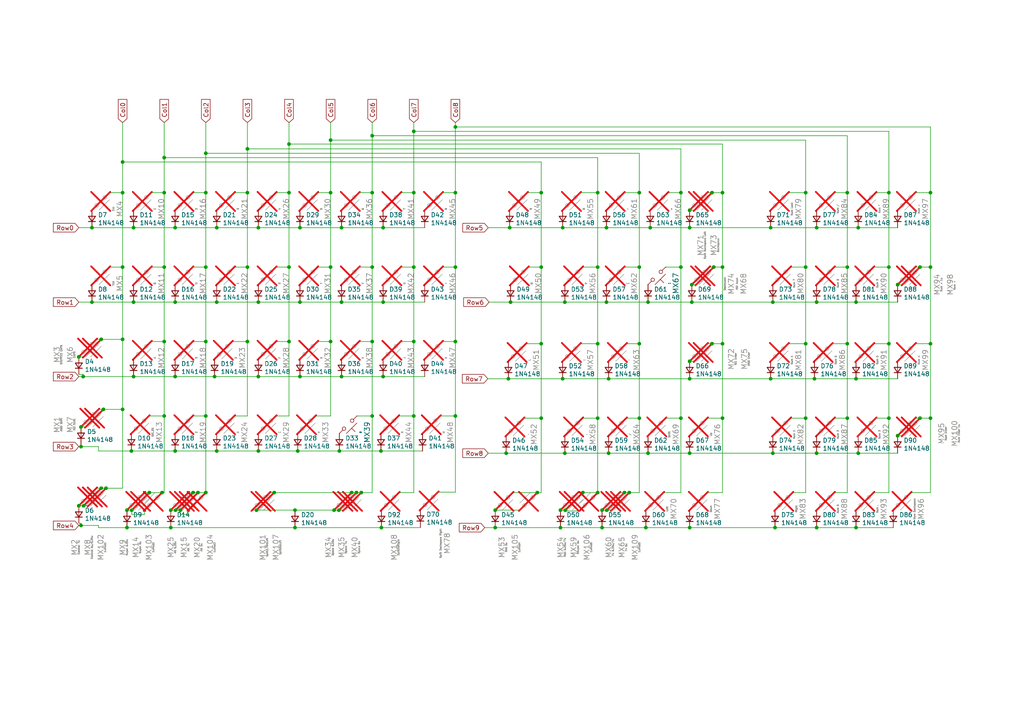
<source format=kicad_sch>
(kicad_sch (version 20230121) (generator eeschema)
  (paper "A4")
  (title_block (title "SCHIFFRE 86 Switch Matrix") (date "2023-03-04"))
  (junction (at 111.125 87.63))
  (junction (at 248.285 109.855))
  (junction (at 99.06 66.04))
  (junction (at 47.625 120.65))
  (junction (at 176.53 109.855))
  (junction (at 266.827 121.285))
  (junction (at 29.337 141.605))
  (junction (at 85.5596 153.035))
  (junction (at 185.42 55.88))
  (junction (at 83.82 77.47))
  (junction (at 156.972 77.47))
  (junction (at 29.337 98.425))
  (junction (at 156.972 99.695))
  (junction (at 132.08 36.83))
  (junction (at 22.86 146.685))
  (junction (at 86.995 87.63))
  (junction (at 233.68 55.88))
  (junction (at 71.755 99.06))
  (junction (at 143.637 147.955))
  (junction (at 206.502 99.695))
  (junction (at 185.42 99.695))
  (junction (at 74.93 130.81))
  (junction (at 236.855 153.035))
  (junction (at 120.015 38.1))
  (junction (at 155.829 142.875))
  (junction (at 74.93 66.04))
  (junction (at 248.92 66.04))
  (junction (at 47.625 77.47))
  (junction (at 50.8 66.04))
  (junction (at 245.745 55.88))
  (junction (at 110.617 153.035))
  (junction (at 59.69 99.06))
  (junction (at 209.55 99.695))
  (junction (at 143.637 153.035))
  (junction (at 120.015 55.88))
  (junction (at 163.957 147.955))
  (junction (at 176.53 131.445))
  (junction (at 236.855 66.04))
  (junction (at 245.745 121.285))
  (junction (at 197.485 55.88))
  (junction (at 233.68 77.47))
  (junction (at 163.195 109.855))
  (junction (at 71.755 55.88))
  (junction (at 62.865 87.63))
  (junction (at 200.025 66.04))
  (junction (at 29.972 118.745))
  (junction (at 182.499 142.875))
  (junction (at 36.83 153.035))
  (junction (at 236.855 131.445))
  (junction (at 245.745 77.47))
  (junction (at 85.5596 147.955))
  (junction (at 47.625 55.88))
  (junction (at 233.68 99.695))
  (junction (at 26.67 66.04))
  (junction (at 107.95 77.47))
  (junction (at 187.96 131.445))
  (junction (at 209.55 77.47))
  (junction (at 260.35 126.365))
  (junction (at 83.82 41.783))
  (junction (at 52.324 147.955))
  (junction (at 30.734 141.605))
  (junction (at 38.1 130.81))
  (junction (at 200.66 87.63))
  (junction (at 175.895 87.63))
  (junction (at 187.96 87.63))
  (junction (at 248.285 87.63))
  (junction (at 107.95 39.37))
  (junction (at 71.755 43.18))
  (junction (at 200.66 82.55))
  (junction (at 206.502 55.88))
  (junction (at 95.885 55.88))
  (junction (at 98.425 130.81))
  (junction (at 62.865 130.81))
  (junction (at 236.855 87.63))
  (junction (at 175.895 66.04))
  (junction (at 86.36 130.81))
  (junction (at 197.485 77.47))
  (junction (at 173.355 142.875))
  (junction (at 86.995 66.04))
  (junction (at 83.82 99.06))
  (junction (at 24.257 146.685))
  (junction (at 59.69 55.88))
  (junction (at 49.53 153.035))
  (junction (at 173.355 55.88))
  (junction (at 38.735 87.63))
  (junction (at 257.81 121.285))
  (junction (at 23.495 129.54))
  (junction (at 62.865 66.04))
  (junction (at 99.06 87.63))
  (junction (at 248.92 131.445))
  (junction (at 49.53 147.955))
  (junction (at 120.015 99.06))
  (junction (at 185.42 121.285))
  (junction (at 224.155 131.445))
  (junction (at 174.625 153.035))
  (junction (at 35.56 98.425))
  (junction (at 176.022 147.955))
  (junction (at 50.8 109.22))
  (junction (at 110.49 130.81))
  (junction (at 224.79 153.035))
  (junction (at 200.025 109.855))
  (junction (at 269.875 77.47))
  (junction (at 163.83 131.445))
  (junction (at 86.995 109.22))
  (junction (at 120.015 120.65))
  (junction (at 59.69 44.45))
  (junction (at 169.037 142.875))
  (junction (at 173.355 121.285))
  (junction (at 269.875 55.88))
  (junction (at 35.56 55.88))
  (junction (at 56.007 142.875))
  (junction (at 146.812 131.445))
  (junction (at 233.68 121.285))
  (junction (at 35.56 118.745))
  (junction (at 101.981 142.875))
  (junction (at 147.447 109.855))
  (junction (at 79.502 142.875))
  (junction (at 74.93 87.63))
  (junction (at 200.025 153.035))
  (junction (at 260.35 82.55))
  (junction (at 257.81 77.47))
  (junction (at 26.67 87.63))
  (junction (at 50.927 147.955))
  (junction (at 185.42 77.47))
  (junction (at 99.06 109.22))
  (junction (at 174.625 147.955))
  (junction (at 209.55 121.285))
  (junction (at 156.972 55.88))
  (junction (at 103.378 142.875))
  (junction (at 266.827 77.47))
  (junction (at 38.735 66.04))
  (junction (at 95.885 40.64))
  (junction (at 148.082 87.63))
  (junction (at 197.485 121.285))
  (junction (at 57.404 142.875))
  (junction (at 43.307 142.875))
  (junction (at 50.8 130.81))
  (junction (at 38.735 109.22))
  (junction (at 257.81 55.88))
  (junction (at 173.355 77.47))
  (junction (at 181.102 142.875))
  (junction (at 74.93 109.22))
  (junction (at 269.875 121.285))
  (junction (at 187.325 153.035))
  (junction (at 98.298 147.955))
  (junction (at 132.08 99.06))
  (junction (at 147.828 66.04))
  (junction (at 207.01 77.47))
  (junction (at 156.972 121.285))
  (junction (at 59.69 142.875))
  (junction (at 120.015 77.47))
  (junction (at 132.08 77.47))
  (junction (at 209.55 55.88))
  (junction (at 173.355 99.695))
  (junction (at 83.82 55.88))
  (junction (at 107.95 120.65))
  (junction (at 95.885 77.47))
  (junction (at 107.95 99.06))
  (junction (at 47.625 99.06))
  (junction (at 24.13 109.22))
  (junction (at 200.025 131.445))
  (junction (at 59.69 120.65))
  (junction (at 35.56 77.47))
  (junction (at 36.83 147.955))
  (junction (at 47.625 45.72))
  (junction (at 62.23 109.22))
  (junction (at 200.025 104.775))
  (junction (at 111.125 109.22))
  (junction (at 132.08 120.65))
  (junction (at 107.95 55.88))
  (junction (at 245.745 99.695))
  (junction (at 46.99 142.875))
  (junction (at 111.125 66.04))
  (junction (at 96.901 147.955))
  (junction (at 223.52 109.855))
  (junction (at 163.83 87.63))
  (junction (at 71.755 77.47))
  (junction (at 23.495 123.825))
  (junction (at 35.56 46.99))
  (junction (at 132.08 55.88))
  (junction (at 248.285 153.035))
  (junction (at 74.422 147.955))
  (junction (at 223.52 66.04))
  (junction (at 162.56 147.955))
  (junction (at 50.8 87.63))
  (junction (at 104.775 142.875))
  (junction (at 269.875 99.695))
  (junction (at 162.56 153.035))
  (junction (at 95.885 99.06))
  (junction (at 163.195 66.04))
  (junction (at 38.227 147.955))
  (junction (at 200.025 60.96))
  (junction (at 224.155 87.63))
  (junction (at 22.86 103.505))
  (junction (at 257.81 99.695))
  (junction (at 188.595 66.04))
  (junction (at 23.495 152.4))
  (junction (at 236.22 109.855))
  (junction (at 59.69 77.47))
  (wire (pts (xy 253.365 142.875) (xy 257.81 142.875)))
  (wire (pts (xy 257.81 77.47) (xy 257.81 99.695)))
  (wire (pts (xy 62.865 87.63) (xy 74.93 87.63)))
  (wire (pts (xy 156.972 77.47) (xy 156.972 99.695)))
  (wire (pts (xy 233.68 121.285) (xy 233.68 142.875)))
  (wire (pts (xy 168.275 99.695) (xy 173.355 99.695)))
  (wire (pts (xy 269.875 77.47) (xy 269.875 99.695)))
  (wire (pts (xy 265.43 55.88) (xy 269.875 55.88)))
  (wire (pts (xy 74.93 130.81) (xy 86.36 130.81)))
  (wire (pts (xy 28.575 129.54) (xy 28.575 130.81)))
  (wire (pts (xy 236.855 87.63) (xy 248.285 87.63)))
  (wire (pts (xy 155.829 142.875) (xy 156.972 142.875)))
  (wire (pts (xy 103.505 120.65) (xy 107.95 120.65)))
  (wire (pts (xy 269.875 55.88) (xy 269.875 77.47)))
  (wire (pts (xy 79.502 142.875) (xy 78.232 142.875)))
  (wire (pts (xy 269.875 36.83) (xy 132.08 36.83)))
  (wire (pts (xy 59.69 142.875) (xy 57.404 142.875)))
  (wire (pts (xy 120.015 120.65) (xy 120.015 142.875)))
  (wire (pts (xy 132.08 36.83) (xy 132.08 55.88)))
  (wire (pts (xy 182.499 142.875) (xy 185.42 142.875)))
  (wire (pts (xy 205.105 142.875) (xy 209.55 142.875)))
  (wire (pts (xy 128.27 99.06) (xy 132.08 99.06)))
  (wire (pts (xy 22.86 129.54) (xy 23.495 129.54)))
  (wire (pts (xy 35.56 55.88) (xy 35.56 77.47)))
  (wire (pts (xy 254 121.285) (xy 257.81 121.285)))
  (wire (pts (xy 197.485 121.285) (xy 197.485 142.875)))
  (wire (pts (xy 266.827 121.285) (xy 269.875 121.285)))
  (wire (pts (xy 116.205 55.88) (xy 120.015 55.88)))
  (wire (pts (xy 192.405 142.875) (xy 197.485 142.875)))
  (wire (pts (xy 71.755 99.06) (xy 71.755 120.65)))
  (wire (pts (xy 132.08 120.65) (xy 132.08 142.748)))
  (wire (pts (xy 95.885 99.06) (xy 95.885 120.65)))
  (wire (pts (xy 236.22 109.855) (xy 248.285 109.855)))
  (wire (pts (xy 174.625 153.035) (xy 187.325 153.035)))
  (wire (pts (xy 261.747 82.55) (xy 260.35 82.55)))
  (wire (pts (xy 83.82 41.783) (xy 209.55 41.783)))
  (wire (pts (xy 193.04 121.285) (xy 197.485 121.285)))
  (wire (pts (xy 197.485 55.88) (xy 197.485 77.47)))
  (wire (pts (xy 141.478 109.855) (xy 147.447 109.855)))
  (wire (pts (xy 23.495 123.825) (xy 24.892 123.825)))
  (wire (pts (xy 38.227 149.225) (xy 38.227 147.955)))
  (wire (pts (xy 120.015 38.1) (xy 257.81 38.1)))
  (wire (pts (xy 228.6 55.88) (xy 233.68 55.88)))
  (wire (pts (xy 99.06 109.22) (xy 111.125 109.22)))
  (wire (pts (xy 99.06 66.04) (xy 111.125 66.04)))
  (wire (pts (xy 253.365 99.695) (xy 257.81 99.695)))
  (wire (pts (xy 41.91 147.955) (xy 41.91 149.225)))
  (wire (pts (xy 168.275 148.209) (xy 163.957 148.209)))
  (wire (pts (xy 38.227 147.955) (xy 36.83 147.955)))
  (wire (pts (xy 80.01 77.47) (xy 83.82 77.47)))
  (wire (pts (xy 188.595 66.04) (xy 200.025 66.04)))
  (wire (pts (xy 95.885 77.47) (xy 95.885 99.06)))
  (wire (pts (xy 141.859 87.63) (xy 148.082 87.63)))
  (wire (pts (xy 254 55.88) (xy 257.81 55.88)))
  (wire (pts (xy 56.007 142.875) (xy 54.61 142.875)))
  (wire (pts (xy 22.86 109.22) (xy 24.13 109.22)))
  (wire (pts (xy 120.015 77.47) (xy 120.015 99.06)))
  (wire (pts (xy 43.815 55.88) (xy 47.625 55.88)))
  (wire (pts (xy 83.82 35.56) (xy 83.82 41.783)))
  (wire (pts (xy 59.69 44.45) (xy 59.69 35.56)))
  (wire (pts (xy 62.865 130.81) (xy 74.93 130.81)))
  (wire (pts (xy 223.52 66.04) (xy 236.855 66.04)))
  (wire (pts (xy 257.81 99.695) (xy 257.81 121.285)))
  (wire (pts (xy 156.972 46.99) (xy 156.972 55.88)))
  (wire (pts (xy 132.08 77.47) (xy 132.08 99.06)))
  (wire (pts (xy 175.895 87.63) (xy 187.96 87.63)))
  (wire (pts (xy 27.94 141.605) (xy 29.337 141.605)))
  (wire (pts (xy 120.015 99.06) (xy 120.015 120.65)))
  (wire (pts (xy 28.575 118.745) (xy 29.972 118.745)))
  (wire (pts (xy 168.275 147.955) (xy 168.275 148.209)))
  (wire (pts (xy 23.495 151.765) (xy 22.86 151.765)))
  (wire (pts (xy 49.53 153.035) (xy 85.5596 153.035)))
  (wire (pts (xy 123.19 87.63) (xy 111.125 87.63)))
  (wire (pts (xy 185.42 55.88) (xy 185.42 77.47)))
  (wire (pts (xy 205.74 77.47) (xy 207.01 77.47)))
  (wire (pts (xy 248.285 109.855) (xy 260.35 109.855)))
  (wire (pts (xy 241.935 77.47) (xy 245.745 77.47)))
  (wire (pts (xy 187.96 87.63) (xy 200.66 87.63)))
  (wire (pts (xy 99.06 87.63) (xy 111.125 87.63)))
  (wire (pts (xy 206.502 55.88) (xy 209.55 55.88)))
  (wire (pts (xy 46.99 142.875) (xy 47.625 142.875)))
  (wire (pts (xy 22.86 87.63) (xy 26.67 87.63)))
  (wire (pts (xy 29.337 98.425) (xy 35.56 98.425)))
  (wire (pts (xy 31.75 77.47) (xy 35.56 77.47)))
  (wire (pts (xy 107.95 99.06) (xy 107.95 120.65)))
  (wire (pts (xy 55.88 120.65) (xy 59.69 120.65)))
  (wire (pts (xy 200.025 66.04) (xy 223.52 66.04)))
  (wire (pts (xy 127.635 120.65) (xy 132.08 120.65)))
  (wire (pts (xy 50.8 87.63) (xy 62.865 87.63)))
  (wire (pts (xy 59.69 55.88) (xy 59.69 77.47)))
  (wire (pts (xy 120.015 38.1) (xy 120.015 35.56)))
  (wire (pts (xy 95.885 40.64) (xy 95.885 55.88)))
  (wire (pts (xy 92.075 55.88) (xy 95.885 55.88)))
  (wire (pts (xy 52.324 147.955) (xy 50.927 147.955)))
  (wire (pts (xy 24.13 108.585) (xy 24.13 109.22)))
  (wire (pts (xy 74.93 66.04) (xy 86.995 66.04)))
  (wire (pts (xy 173.355 99.695) (xy 173.355 121.285)))
  (wire (pts (xy 257.81 55.88) (xy 257.81 77.47)))
  (wire (pts (xy 156.972 99.695) (xy 156.972 121.285)))
  (wire (pts (xy 141.605 131.445) (xy 146.812 131.445)))
  (wire (pts (xy 132.08 99.06) (xy 132.08 120.65)))
  (wire (pts (xy 71.755 77.47) (xy 71.755 99.06)))
  (wire (pts (xy 115.57 120.65) (xy 120.015 120.65)))
  (wire (pts (xy 83.82 99.06) (xy 83.82 120.65)))
  (wire (pts (xy 25.654 146.685) (xy 24.257 146.685)))
  (wire (pts (xy 38.1 130.81) (xy 28.575 130.81)))
  (wire (pts (xy 91.44 120.65) (xy 95.885 120.65)))
  (wire (pts (xy 229.235 121.285) (xy 233.68 121.285)))
  (wire (pts (xy 152.527 99.695) (xy 156.972 99.695)))
  (wire (pts (xy 200.66 82.55) (xy 201.93 82.55)))
  (wire (pts (xy 209.55 99.695) (xy 209.55 121.285)))
  (wire (pts (xy 116.205 99.06) (xy 120.015 99.06)))
  (wire (pts (xy 74.422 147.955) (xy 85.5596 147.955)))
  (wire (pts (xy 110.49 130.81) (xy 122.555 130.81)))
  (wire (pts (xy 193.675 55.88) (xy 197.485 55.88)))
  (wire (pts (xy 86.36 130.81) (xy 98.425 130.81)))
  (wire (pts (xy 52.324 149.225) (xy 52.324 147.955)))
  (wire (pts (xy 245.745 77.47) (xy 245.745 99.695)))
  (wire (pts (xy 185.42 44.45) (xy 59.69 44.45)))
  (wire (pts (xy 104.775 142.875) (xy 107.95 142.875)))
  (wire (pts (xy 55.88 77.47) (xy 59.69 77.47)))
  (wire (pts (xy 35.56 118.745) (xy 35.56 141.605)))
  (wire (pts (xy 71.755 43.18) (xy 197.485 43.18)))
  (wire (pts (xy 104.14 77.47) (xy 107.95 77.47)))
  (wire (pts (xy 22.86 152.4) (xy 23.495 152.4)))
  (wire (pts (xy 41.91 142.875) (xy 43.307 142.875)))
  (wire (pts (xy 110.617 153.035) (xy 121.92 153.035)))
  (wire (pts (xy 111.125 109.22) (xy 123.19 109.22)))
  (wire (pts (xy 29.337 141.605) (xy 30.734 141.605)))
  (wire (pts (xy 174.625 147.955) (xy 176.022 147.955)))
  (wire (pts (xy 22.86 66.04) (xy 26.67 66.04)))
  (wire (pts (xy 50.8 130.81) (xy 62.865 130.81)))
  (wire (pts (xy 269.875 36.83) (xy 269.875 55.88)))
  (wire (pts (xy 121.92 153.035) (xy 121.92 152.908)))
  (wire (pts (xy 248.92 66.04) (xy 260.35 66.04)))
  (wire (pts (xy 147.828 66.04) (xy 163.195 66.04)))
  (wire (pts (xy 101.981 142.875) (xy 79.502 142.875)))
  (wire (pts (xy 266.827 77.47) (xy 269.875 77.47)))
  (wire (pts (xy 27.94 98.425) (xy 29.337 98.425)))
  (wire (pts (xy 38.1 130.81) (xy 50.8 130.81)))
  (wire (pts (xy 43.815 99.06) (xy 47.625 99.06)))
  (wire (pts (xy 143.637 153.035) (xy 162.56 153.035)))
  (wire (pts (xy 50.8 66.04) (xy 62.865 66.04)))
  (wire (pts (xy 265.43 77.47) (xy 266.827 77.47)))
  (wire (pts (xy 107.95 39.37) (xy 107.95 35.56)))
  (wire (pts (xy 67.945 77.47) (xy 71.755 77.47)))
  (wire (pts (xy 233.68 55.88) (xy 233.68 77.47)))
  (wire (pts (xy 201.422 104.775) (xy 200.025 104.775)))
  (wire (pts (xy 54.61 149.225) (xy 52.324 149.225)))
  (wire (pts (xy 175.895 66.04) (xy 188.595 66.04)))
  (wire (pts (xy 98.425 130.81) (xy 110.49 130.81)))
  (wire (pts (xy 67.31 99.06) (xy 71.755 99.06)))
  (wire (pts (xy 83.82 77.47) (xy 83.82 99.06)))
  (wire (pts (xy 23.495 152.4) (xy 23.495 151.765)))
  (wire (pts (xy 35.56 46.99) (xy 35.56 55.88)))
  (wire (pts (xy 85.5596 147.955) (xy 96.901 147.955)))
  (wire (pts (xy 248.285 153.035) (xy 259.08 153.035)))
  (wire (pts (xy 180.975 77.47) (xy 185.42 77.47)))
  (wire (pts (xy 50.8 109.22) (xy 62.23 109.22)))
  (wire (pts (xy 248.285 87.63) (xy 260.35 87.63)))
  (wire (pts (xy 147.447 109.855) (xy 163.195 109.855)))
  (wire (pts (xy 128.27 77.47) (xy 132.08 77.47)))
  (wire (pts (xy 205.105 55.88) (xy 206.502 55.88)))
  (wire (pts (xy 168.91 121.285) (xy 173.355 121.285)))
  (wire (pts (xy 62.865 66.04) (xy 74.93 66.04)))
  (wire (pts (xy 193.04 77.47) (xy 197.485 77.47)))
  (wire (pts (xy 30.734 141.605) (xy 35.56 141.605)))
  (wire (pts (xy 115.697 142.875) (xy 120.015 142.875)))
  (wire (pts (xy 257.81 38.1) (xy 257.81 55.88)))
  (wire (pts (xy 107.95 55.88) (xy 107.95 77.47)))
  (wire (pts (xy 150.749 147.955) (xy 143.637 147.955)))
  (wire (pts (xy 209.55 55.88) (xy 209.55 77.47)))
  (wire (pts (xy 163.957 148.209) (xy 163.957 147.955)))
  (wire (pts (xy 163.195 109.855) (xy 176.53 109.855)))
  (wire (pts (xy 128.27 55.88) (xy 132.08 55.88)))
  (wire (pts (xy 26.67 66.04) (xy 38.735 66.04)))
  (wire (pts (xy 236.855 131.445) (xy 248.92 131.445)))
  (wire (pts (xy 185.42 121.285) (xy 185.42 142.875)))
  (wire (pts (xy 86.995 66.04) (xy 99.06 66.04)))
  (wire (pts (xy 269.875 121.285) (xy 269.875 142.875)))
  (wire (pts (xy 265.43 121.285) (xy 266.827 121.285)))
  (wire (pts (xy 176.53 109.855) (xy 200.025 109.855)))
  (wire (pts (xy 245.745 99.695) (xy 245.745 121.285)))
  (wire (pts (xy 59.69 77.47) (xy 59.69 99.06)))
  (wire (pts (xy 173.355 55.88) (xy 173.355 77.47)))
  (wire (pts (xy 233.68 40.64) (xy 233.68 55.88)))
  (wire (pts (xy 43.307 142.875) (xy 46.99 142.875)))
  (wire (pts (xy 179.705 142.875) (xy 181.102 142.875)))
  (wire (pts (xy 107.95 120.65) (xy 107.95 142.875)))
  (wire (pts (xy 200.025 109.855) (xy 223.52 109.855)))
  (wire (pts (xy 47.625 120.65) (xy 47.625 142.875)))
  (wire (pts (xy 180.975 55.88) (xy 185.42 55.88)))
  (wire (pts (xy 224.155 131.445) (xy 236.855 131.445)))
  (wire (pts (xy 47.625 99.06) (xy 47.625 120.65)))
  (wire (pts (xy 207.01 77.47) (xy 209.55 77.47)))
  (wire (pts (xy 36.83 153.035) (xy 49.53 153.035)))
  (wire (pts (xy 241.935 55.88) (xy 245.745 55.88)))
  (wire (pts (xy 176.53 131.445) (xy 187.96 131.445)))
  (wire (pts (xy 120.015 55.88) (xy 120.015 77.47)))
  (wire (pts (xy 168.275 55.88) (xy 173.355 55.88)))
  (wire (pts (xy 74.93 87.63) (xy 86.995 87.63)))
  (wire (pts (xy 200.025 153.035) (xy 224.79 153.035)))
  (wire (pts (xy 228.6 99.695) (xy 233.68 99.695)))
  (wire (pts (xy 35.56 77.47) (xy 35.56 98.425)))
  (wire (pts (xy 148.717 142.875) (xy 155.829 142.875)))
  (wire (pts (xy 41.91 149.225) (xy 38.227 149.225)))
  (wire (pts (xy 47.625 77.47) (xy 47.625 99.06)))
  (wire (pts (xy 173.355 45.72) (xy 173.355 55.88)))
  (wire (pts (xy 35.56 46.99) (xy 156.972 46.99)))
  (wire (pts (xy 241.935 142.875) (xy 245.745 142.875)))
  (wire (pts (xy 163.83 131.445) (xy 176.53 131.445)))
  (wire (pts (xy 197.485 43.18) (xy 197.485 55.88)))
  (wire (pts (xy 257.81 121.285) (xy 257.81 142.875)))
  (wire (pts (xy 47.625 45.72) (xy 47.625 35.56)))
  (wire (pts (xy 38.735 109.22) (xy 50.8 109.22)))
  (wire (pts (xy 264.16 142.875) (xy 269.875 142.875)))
  (wire (pts (xy 261.747 126.365) (xy 260.35 126.365)))
  (wire (pts (xy 260.35 131.445) (xy 248.92 131.445)))
  (wire (pts (xy 181.102 142.875) (xy 182.499 142.875)))
  (wire (pts (xy 24.13 109.22) (xy 38.735 109.22)))
  (wire (pts (xy 71.755 43.18) (xy 71.755 55.88)))
  (wire (pts (xy 35.56 98.425) (xy 35.56 118.745)))
  (wire (pts (xy 176.022 147.955) (xy 177.419 147.955)))
  (wire (pts (xy 163.83 87.63) (xy 175.895 87.63)))
  (wire (pts (xy 185.42 99.695) (xy 185.42 121.285)))
  (wire (pts (xy 146.812 131.445) (xy 163.83 131.445)))
  (wire (pts (xy 92.075 77.47) (xy 95.885 77.47)))
  (wire (pts (xy 132.08 142.748) (xy 127 142.748)))
  (wire (pts (xy 38.735 66.04) (xy 50.8 66.04)))
  (wire (pts (xy 116.205 77.47) (xy 120.015 77.47)))
  (wire (pts (xy 59.69 44.45) (xy 59.69 55.88)))
  (wire (pts (xy 120.015 38.1) (xy 120.015 55.88)))
  (wire (pts (xy 59.69 99.06) (xy 59.69 120.65)))
  (wire (pts (xy 209.55 41.783) (xy 209.55 55.88)))
  (wire (pts (xy 67.945 120.65) (xy 71.755 120.65)))
  (wire (pts (xy 107.95 39.37) (xy 107.95 55.88)))
  (wire (pts (xy 141.605 66.04) (xy 147.828 66.04)))
  (wire (pts (xy 241.935 121.285) (xy 245.745 121.285)))
  (wire (pts (xy 28.575 153.035) (xy 36.83 153.035)))
  (wire (pts (xy 59.69 120.65) (xy 59.69 142.875)))
  (wire (pts (xy 229.235 77.47) (xy 233.68 77.47)))
  (wire (pts (xy 22.86 108.585) (xy 24.13 108.585)))
  (wire (pts (xy 62.23 109.22) (xy 74.93 109.22)))
  (wire (pts (xy 163.957 147.955) (xy 162.56 147.955)))
  (wire (pts (xy 132.08 36.83) (xy 132.08 35.56)))
  (wire (pts (xy 209.55 77.47) (xy 209.55 99.695)))
  (wire (pts (xy 205.105 121.285) (xy 209.55 121.285)))
  (wire (pts (xy 95.885 55.88) (xy 95.885 77.47)))
  (wire (pts (xy 47.625 45.72) (xy 173.355 45.72)))
  (wire (pts (xy 265.43 99.695) (xy 269.875 99.695)))
  (wire (pts (xy 55.88 99.06) (xy 59.69 99.06)))
  (wire (pts (xy 200.66 87.63) (xy 224.155 87.63)))
  (wire (pts (xy 233.68 99.695) (xy 233.68 121.285)))
  (wire (pts (xy 168.91 77.47) (xy 173.355 77.47)))
  (wire (pts (xy 83.82 41.783) (xy 83.82 55.88)))
  (wire (pts (xy 236.855 66.04) (xy 248.92 66.04)))
  (wire (pts (xy 152.908 55.88) (xy 156.972 55.88)))
  (wire (pts (xy 167.64 142.875) (xy 169.037 142.875)))
  (wire (pts (xy 236.855 153.035) (xy 248.285 153.035)))
  (wire (pts (xy 31.75 55.88) (xy 35.56 55.88)))
  (wire (pts (xy 50.927 147.955) (xy 49.53 147.955)))
  (wire (pts (xy 163.195 66.04) (xy 175.895 66.04)))
  (wire (pts (xy 23.495 128.905) (xy 23.495 129.54)))
  (wire (pts (xy 47.625 55.88) (xy 47.625 77.47)))
  (wire (pts (xy 86.995 109.22) (xy 99.06 109.22)))
  (wire (pts (xy 38.735 87.63) (xy 50.8 87.63)))
  (wire (pts (xy 187.325 153.035) (xy 200.025 153.035)))
  (wire (pts (xy 229.87 142.875) (xy 233.68 142.875)))
  (wire (pts (xy 74.93 109.22) (xy 86.995 109.22)))
  (wire (pts (xy 85.5596 153.035) (xy 110.617 153.035)))
  (wire (pts (xy 29.972 118.745) (xy 35.56 118.745)))
  (wire (pts (xy 245.745 121.285) (xy 245.745 142.875)))
  (wire (pts (xy 241.3 99.695) (xy 245.745 99.695)))
  (wire (pts (xy 23.495 152.4) (xy 28.575 152.4)))
  (wire (pts (xy 245.745 55.88) (xy 245.745 77.47)))
  (wire (pts (xy 24.257 146.685) (xy 22.86 146.685)))
  (wire (pts (xy 23.495 129.54) (xy 28.575 129.54)))
  (wire (pts (xy 71.755 43.18) (xy 71.755 35.56)))
  (wire (pts (xy 223.52 109.855) (xy 236.22 109.855)))
  (wire (pts (xy 67.945 55.88) (xy 71.755 55.88)))
  (wire (pts (xy 245.745 39.37) (xy 107.95 39.37)))
  (wire (pts (xy 47.625 45.72) (xy 47.625 55.88)))
  (wire (pts (xy 201.422 60.96) (xy 200.025 60.96)))
  (wire (pts (xy 24.257 103.505) (xy 22.86 103.505)))
  (wire (pts (xy 111.125 66.04) (xy 123.19 66.04)))
  (wire (pts (xy 173.355 121.285) (xy 173.355 142.875)))
  (wire (pts (xy 55.88 55.88) (xy 59.69 55.88)))
  (wire (pts (xy 104.14 55.88) (xy 107.95 55.88)))
  (wire (pts (xy 162.56 153.035) (xy 174.625 153.035)))
  (wire (pts (xy 200.025 131.445) (xy 224.155 131.445)))
  (wire (pts (xy 92.075 99.06) (xy 95.885 99.06)))
  (wire (pts (xy 206.502 99.695) (xy 209.55 99.695)))
  (wire (pts (xy 80.01 99.06) (xy 83.82 99.06)))
  (wire (pts (xy 26.67 87.63) (xy 38.735 87.63)))
  (wire (pts (xy 148.082 87.63) (xy 163.83 87.63)))
  (wire (pts (xy 86.995 87.63) (xy 99.06 87.63)))
  (wire (pts (xy 140.589 153.035) (xy 143.637 153.035)))
  (wire (pts (xy 156.972 121.285) (xy 156.972 142.875)))
  (wire (pts (xy 185.42 44.45) (xy 185.42 55.88)))
  (wire (pts (xy 253.365 77.47) (xy 257.81 77.47)))
  (wire (pts (xy 83.82 55.88) (xy 83.82 77.47)))
  (wire (pts (xy 57.404 142.875) (xy 56.007 142.875)))
  (wire (pts (xy 153.162 77.47) (xy 156.972 77.47)))
  (wire (pts (xy 132.08 55.88) (xy 132.08 77.47)))
  (wire (pts (xy 151.892 121.285) (xy 156.972 121.285)))
  (wire (pts (xy 80.01 55.88) (xy 83.82 55.88)))
  (wire (pts (xy 224.155 87.63) (xy 236.855 87.63)))
  (wire (pts (xy 95.885 40.64) (xy 233.68 40.64)))
  (wire (pts (xy 197.485 77.47) (xy 197.485 121.285)))
  (wire (pts (xy 96.901 147.955) (xy 98.298 147.955)))
  (wire (pts (xy 54.61 147.955) (xy 54.61 149.225)))
  (wire (pts (xy 101.981 142.875) (xy 103.378 142.875)))
  (wire (pts (xy 156.972 55.88) (xy 156.972 77.47)))
  (wire (pts (xy 80.01 120.65) (xy 83.82 120.65)))
  (wire (pts (xy 103.378 142.875) (xy 104.775 142.875)))
  (wire (pts (xy 43.815 77.47) (xy 47.625 77.47)))
  (wire (pts (xy 74.422 147.955) (xy 73.152 147.955)))
  (wire (pts (xy 181.61 99.695) (xy 185.42 99.695)))
  (wire (pts (xy 224.79 153.035) (xy 236.855 153.035)))
  (wire (pts (xy 169.037 142.875) (xy 173.355 142.875)))
  (wire (pts (xy 187.96 131.445) (xy 200.025 131.445)))
  (wire (pts (xy 43.18 120.65) (xy 47.625 120.65)))
  (wire (pts (xy 173.355 77.47) (xy 173.355 99.695)))
  (wire (pts (xy 98.298 147.955) (xy 99.695 147.955)))
  (wire (pts (xy 205.105 99.695) (xy 206.502 99.695)))
  (wire (pts (xy 233.68 77.47) (xy 233.68 99.695)))
  (wire (pts (xy 181.61 121.285) (xy 185.42 121.285)))
  (wire (pts (xy 185.42 77.47) (xy 185.42 99.695)))
  (wire (pts (xy 95.885 40.64) (xy 95.885 35.56)))
  (wire (pts (xy 209.55 121.285) (xy 209.55 142.875)))
  (wire (pts (xy 35.56 46.99) (xy 35.56 35.56)))
  (wire (pts (xy 269.875 99.695) (xy 269.875 121.285)))
  (wire (pts (xy 104.14 99.06) (xy 107.95 99.06)))
  (wire (pts (xy 107.95 77.47) (xy 107.95 99.06)))
  (wire (pts (xy 71.755 55.88) (xy 71.755 77.47)))
  (wire (pts (xy 28.575 152.4) (xy 28.575 153.035)))
  (wire (pts (xy 245.745 39.37) (xy 245.745 55.88)))
  (global_label "Row2" (shape input) (at 22.86 109.22 180) (property "Intersheetrefs" "${INTERSHEET_REFS}" (effects hide)))
  (global_label "Row5" (shape input) (at 141.605 66.04 180) (property "Intersheetrefs" "${INTERSHEET_REFS}" (effects hide)))
  (global_label "Col3" (shape input) (at 71.755 35.56 90) (property "Intersheetrefs" "${INTERSHEET_REFS}" (effects hide)))
  (global_label "Row9" (shape input) (at 140.589 153.035 180) (property "Intersheetrefs" "${INTERSHEET_REFS}" (effects hide)))
  (global_label "Col7" (shape input) (at 120.015 35.56 90) (property "Intersheetrefs" "${INTERSHEET_REFS}" (effects hide)))
  (global_label "Row7" (shape input) (at 141.478 109.855 180) (property "Intersheetrefs" "${INTERSHEET_REFS}" (effects hide)))
  (global_label "Row6" (shape input) (at 141.859 87.63 180) (property "Intersheetrefs" "${INTERSHEET_REFS}" (effects hide)))
  (global_label "Col2" (shape input) (at 59.69 35.56 90) (property "Intersheetrefs" "${INTERSHEET_REFS}" (effects hide)))
  (global_label "Row0" (shape input) (at 22.86 66.04 180) (property "Intersheetrefs" "${INTERSHEET_REFS}" (effects hide)))
  (global_label "Col5" (shape input) (at 95.885 35.56 90) (property "Intersheetrefs" "${INTERSHEET_REFS}" (effects hide)))
  (global_label "Row3" (shape input) (at 22.86 129.54 180) (property "Intersheetrefs" "${INTERSHEET_REFS}" (effects hide)))
  (global_label "Col0" (shape input) (at 35.56 35.56 90) (property "Intersheetrefs" "${INTERSHEET_REFS}" (effects hide)))
  (global_label "Col4" (shape input) (at 83.82 35.56 90) (property "Intersheetrefs" "${INTERSHEET_REFS}" (effects hide)))
  (global_label "Row4" (shape input) (at 22.86 152.4 180) (property "Intersheetrefs" "${INTERSHEET_REFS}" (effects hide)))
  (global_label "Row1" (shape input) (at 22.86 87.63 180) (property "Intersheetrefs" "${INTERSHEET_REFS}" (effects hide)))
  (global_label "Row8" (shape input) (at 141.605 131.445 180) (property "Intersheetrefs" "${INTERSHEET_REFS}" (effects hide)))
  (global_label "Col1" (shape input) (at 47.625 35.56 90) (property "Intersheetrefs" "${INTERSHEET_REFS}" (effects hide)))
  (global_label "Col8" (shape input) (at 132.08 35.56 90) (property "Intersheetrefs" "${INTERSHEET_REFS}" (effects hide)))
  (global_label "Col6" (shape input) (at 107.95 35.56 90) (property "Intersheetrefs" "${INTERSHEET_REFS}" (effects hide)))
  (symbol (lib_id "Switch:SW_Push_45deg") (at 29.21 58.42 270) (unit 1) (in_bom no) (dnp yes)
    (property "Reference" "MX4" (at 34.7218 60.6044 0) (effects (font (size 1.524 1.524))))
    (property "Value" "Esc" (at 32.8422 60.6044 0) (effects (font (size 0.508 0.508))))
    (property "Footprint" "MX_Only:MXOnly-1U-NoLED" (effects hide))
  )
  (symbol (lib_id "Switch:SW_Push_45deg") (at 41.275 58.42 270) (unit 1) (in_bom no) (dnp yes)
    (property "Reference" "MX10" (at 46.7868 60.6044 0) (effects (font (size 1.524 1.524))))
    (property "Value" "1" (at 44.9072 60.6044 0) (effects (font (size 0.508 0.508))))
    (property "Footprint" "MX_Only:MXOnly-1U-NoLED" (effects hide))
  )
  (symbol (lib_id "Switch:SW_Push_45deg") (at 53.34 58.42 270) (unit 1) (in_bom no) (dnp yes)
    (property "Reference" "MX16" (at 58.8518 60.6044 0) (effects (font (size 1.524 1.524))))
    (property "Value" "2" (at 56.9722 60.6044 0) (effects (font (size 0.508 0.508))))
    (property "Footprint" "MX_Only:MXOnly-1U-NoLED" (effects hide))
  )
  (symbol (lib_id "Switch:SW_Push_45deg") (at 65.405 58.42 270) (unit 1) (in_bom no) (dnp yes)
    (property "Reference" "MX21" (at 70.9168 60.6044 0) (effects (font (size 1.524 1.524))))
    (property "Value" "3" (at 69.0372 60.6044 0) (effects (font (size 0.508 0.508))))
    (property "Footprint" "MX_Only:MXOnly-1U-NoLED" (effects hide))
  )
  (symbol (lib_id "Switch:SW_Push_45deg") (at 77.47 58.42 270) (unit 1) (in_bom no) (dnp yes)
    (property "Reference" "MX26" (at 82.9818 60.6044 0) (effects (font (size 1.524 1.524))))
    (property "Value" "4" (at 81.1022 60.6044 0) (effects (font (size 0.508 0.508))))
    (property "Footprint" "MX_Only:MXOnly-1U-NoLED" (effects hide))
  )
  (symbol (lib_id "Switch:SW_Push_45deg") (at 89.535 58.42 270) (unit 1) (in_bom no) (dnp yes)
    (property "Reference" "MX30" (at 95.0468 60.6044 0) (effects (font (size 1.524 1.524))))
    (property "Value" "5" (at 93.1672 60.6044 0) (effects (font (size 0.508 0.508))))
    (property "Footprint" "MX_Only:MXOnly-1U-NoLED" (effects hide))
  )
  (symbol (lib_id "Switch:SW_Push_45deg") (at 101.6 58.42 270) (unit 1) (in_bom no) (dnp yes)
    (property "Reference" "MX36" (at 107.1118 60.6044 0) (effects (font (size 1.524 1.524))))
    (property "Value" "6" (at 105.2322 60.6044 0) (effects (font (size 0.508 0.508))))
    (property "Footprint" "MX_Only:MXOnly-1U-NoLED" (effects hide))
  )
  (symbol (lib_id "Switch:SW_Push_45deg") (at 113.665 58.42 270) (unit 1) (in_bom no) (dnp yes)
    (property "Reference" "MX41" (at 119.1768 60.6044 0) (effects (font (size 1.524 1.524))))
    (property "Value" "7" (at 117.2972 60.6044 0) (effects (font (size 0.508 0.508))))
    (property "Footprint" "MX_Only:MXOnly-1U-NoLED" (effects hide))
  )
  (symbol (lib_id "Switch:SW_Push_45deg") (at 125.73 58.42 270) (unit 1) (in_bom no) (dnp yes)
    (property "Reference" "MX45" (at 131.2418 60.6044 0) (effects (font (size 1.524 1.524))))
    (property "Value" "8" (at 129.3622 60.6044 0) (effects (font (size 0.508 0.508))))
    (property "Footprint" "MX_Only:MXOnly-1U-NoLED" (effects hide))
  )
  (symbol (lib_id "Switch:SW_Push_45deg") (at 150.368 58.42 270) (unit 1) (in_bom no) (dnp yes)
    (property "Reference" "MX49" (at 155.8798 60.6044 0) (effects (font (size 1.524 1.524))))
    (property "Value" "9" (at 154.0002 60.6044 0) (effects (font (size 0.508 0.508))))
    (property "Footprint" "MX_Only:MXOnly-1U-NoLED" (effects hide))
  )
  (symbol (lib_id "Switch:SW_Push_45deg") (at 29.21 80.01 270) (unit 1) (in_bom no) (dnp yes)
    (property "Reference" "MX5" (at 34.7218 82.1944 0) (effects (font (size 1.524 1.524))))
    (property "Value" "Tab" (at 32.8422 82.1944 0) (effects (font (size 0.508 0.508))))
    (property "Footprint" "MX_Only:MXOnly-1.5U-NoLED" (effects hide))
  )
  (symbol (lib_id "Switch:SW_Push_45deg") (at 41.275 80.01 270) (unit 1) (in_bom no) (dnp yes)
    (property "Reference" "MX11" (at 46.7868 82.1944 0) (effects (font (size 1.524 1.524))))
    (property "Value" "Q" (at 44.9072 82.1944 0) (effects (font (size 0.508 0.508))))
    (property "Footprint" "MX_Only:MXOnly-1U-NoLED" (effects hide))
  )
  (symbol (lib_id "Switch:SW_Push_45deg") (at 53.34 80.01 270) (unit 1) (in_bom no) (dnp yes)
    (property "Reference" "MX17" (at 58.8518 82.1944 0) (effects (font (size 1.524 1.524))))
    (property "Value" "W" (at 56.9722 82.1944 0) (effects (font (size 0.508 0.508))))
    (property "Footprint" "MX_Only:MXOnly-1U-NoLED" (effects hide))
  )
  (symbol (lib_id "Switch:SW_Push_45deg") (at 65.405 80.01 270) (unit 1) (in_bom no) (dnp yes)
    (property "Reference" "MX22" (at 70.9168 82.1944 0) (effects (font (size 1.524 1.524))))
    (property "Value" "E" (at 69.0372 82.1944 0) (effects (font (size 0.508 0.508))))
    (property "Footprint" "MX_Only:MXOnly-1U-NoLED" (effects hide))
  )
  (symbol (lib_id "Switch:SW_Push_45deg") (at 77.47 80.01 270) (unit 1) (in_bom no) (dnp yes)
    (property "Reference" "MX27" (at 82.9818 82.1944 0) (effects (font (size 1.524 1.524))))
    (property "Value" "R" (at 81.1022 82.1944 0) (effects (font (size 0.508 0.508))))
    (property "Footprint" "MX_Only:MXOnly-1U-NoLED" (effects hide))
  )
  (symbol (lib_id "Switch:SW_Push_45deg") (at 89.535 80.01 270) (unit 1) (in_bom no) (dnp yes)
    (property "Reference" "MX31" (at 95.0468 82.1944 0) (effects (font (size 1.524 1.524))))
    (property "Value" "T" (at 93.1672 82.1944 0) (effects (font (size 0.508 0.508))))
    (property "Footprint" "MX_Only:MXOnly-1U-NoLED" (effects hide))
  )
  (symbol (lib_id "Switch:SW_Push_45deg") (at 101.6 80.01 270) (unit 1) (in_bom no) (dnp yes)
    (property "Reference" "MX37" (at 107.1118 82.1944 0) (effects (font (size 1.524 1.524))))
    (property "Value" "Y" (at 105.2322 82.1944 0) (effects (font (size 0.508 0.508))))
    (property "Footprint" "MX_Only:MXOnly-1U-NoLED" (effects hide))
  )
  (symbol (lib_id "Switch:SW_Push_45deg") (at 113.665 80.01 270) (unit 1) (in_bom no) (dnp yes)
    (property "Reference" "MX42" (at 119.1768 82.1944 0) (effects (font (size 1.524 1.524))))
    (property "Value" "U" (at 117.2972 82.1944 0) (effects (font (size 0.508 0.508))))
    (property "Footprint" "MX_Only:MXOnly-1U-NoLED" (effects hide))
  )
  (symbol (lib_id "Switch:SW_Push_45deg") (at 125.73 80.01 270) (unit 1) (in_bom no) (dnp yes)
    (property "Reference" "MX46" (at 131.2418 82.1944 0) (effects (font (size 1.524 1.524))))
    (property "Value" "I" (at 129.3622 82.1944 0) (effects (font (size 0.508 0.508))))
    (property "Footprint" "MX_Only:MXOnly-1U-NoLED" (effects hide))
  )
  (symbol (lib_id "Switch:SW_Push_45deg") (at 150.622 80.01 270) (unit 1) (in_bom no) (dnp yes)
    (property "Reference" "MX50" (at 156.1338 82.1944 0) (effects (font (size 1.524 1.524))))
    (property "Value" "O" (at 154.2542 82.1944 0) (effects (font (size 0.508 0.508))))
    (property "Footprint" "MX_Only:MXOnly-1U-NoLED" (effects hide))
  )
  (symbol (lib_id "Switch:SW_Push_45deg") (at 26.797 100.965 270) (unit 1) (in_bom no) (dnp yes)
    (property "Reference" "MX6" (at 20.32 102.87 0) (effects (font (size 1.524 1.524))))
    (property "Value" "CAPS" (at 21.59 102.87 0) (effects (font (size 0.508 0.508))))
    (property "Footprint" "MX_Only:MXOnly-1.75U-NoLED" (effects hide))
  )
  (symbol (lib_id "Switch:SW_Push_45deg") (at 41.275 101.6 270) (unit 1) (in_bom no) (dnp yes)
    (property "Reference" "MX12" (at 46.7868 103.7844 0) (effects (font (size 1.524 1.524))))
    (property "Value" "A" (at 44.9072 103.7844 0) (effects (font (size 0.508 0.508))))
    (property "Footprint" "MX_Only:MXOnly-1U-NoLED" (effects hide))
  )
  (symbol (lib_id "Switch:SW_Push_45deg") (at 53.34 101.6 270) (unit 1) (in_bom no) (dnp yes)
    (property "Reference" "MX18" (at 58.8518 103.7844 0) (effects (font (size 1.524 1.524))))
    (property "Value" "S" (at 56.9722 103.7844 0) (effects (font (size 0.508 0.508))))
    (property "Footprint" "MX_Only:MXOnly-1U-NoLED" (effects hide))
  )
  (symbol (lib_id "Switch:SW_Push_45deg") (at 64.77 101.6 270) (unit 1) (in_bom no) (dnp yes)
    (property "Reference" "MX23" (at 70.2818 103.7844 0) (effects (font (size 1.524 1.524))))
    (property "Value" "D" (at 68.4022 103.7844 0) (effects (font (size 0.508 0.508))))
    (property "Footprint" "MX_Only:MXOnly-1U-NoLED" (effects hide))
  )
  (symbol (lib_id "Switch:SW_Push_45deg") (at 77.47 101.6 270) (unit 1) (in_bom no) (dnp yes)
    (property "Reference" "MX28" (at 82.9818 103.7844 0) (effects (font (size 1.524 1.524))))
    (property "Value" "F" (at 81.1022 103.7844 0) (effects (font (size 0.508 0.508))))
    (property "Footprint" "MX_Only:MXOnly-1U-NoLED" (effects hide))
  )
  (symbol (lib_id "Switch:SW_Push_45deg") (at 89.535 101.6 270) (unit 1) (in_bom no) (dnp yes)
    (property "Reference" "MX32" (at 95.0468 103.7844 0) (effects (font (size 1.524 1.524))))
    (property "Value" "G" (at 93.1672 103.7844 0) (effects (font (size 0.508 0.508))))
    (property "Footprint" "MX_Only:MXOnly-1U-NoLED" (effects hide))
  )
  (symbol (lib_id "Switch:SW_Push_45deg") (at 101.6 101.6 270) (unit 1) (in_bom no) (dnp yes)
    (property "Reference" "MX38" (at 107.1118 103.7844 0) (effects (font (size 1.524 1.524))))
    (property "Value" "H" (at 105.2322 103.7844 0) (effects (font (size 0.508 0.508))))
    (property "Footprint" "MX_Only:MXOnly-1U-NoLED" (effects hide))
  )
  (symbol (lib_id "Switch:SW_Push_45deg") (at 113.665 101.6 270) (unit 1) (in_bom no) (dnp yes)
    (property "Reference" "MX43" (at 119.1768 103.7844 0) (effects (font (size 1.524 1.524))))
    (property "Value" "J" (at 117.2972 103.7844 0) (effects (font (size 0.508 0.508))))
    (property "Footprint" "MX_Only:MXOnly-1U-NoLED" (effects hide))
  )
  (symbol (lib_id "Switch:SW_Push_45deg") (at 125.73 101.6 270) (unit 1) (in_bom no) (dnp yes)
    (property "Reference" "MX47" (at 131.2418 103.7844 0) (effects (font (size 1.524 1.524))))
    (property "Value" "K" (at 129.3622 103.7844 0) (effects (font (size 0.508 0.508))))
    (property "Footprint" "MX_Only:MXOnly-1U-NoLED" (effects hide))
  )
  (symbol (lib_id "Switch:SW_Push_45deg") (at 149.987 102.235 270) (unit 1) (in_bom no) (dnp yes)
    (property "Reference" "MX51" (at 155.4988 104.4194 0) (effects (font (size 1.524 1.524))))
    (property "Value" "L" (at 153.6192 104.4194 0) (effects (font (size 0.508 0.508))))
    (property "Footprint" "MX_Only:MXOnly-1U-NoLED" (effects hide))
  )
  (symbol (lib_id "Switch:SW_Push_45deg") (at 27.432 121.285 270) (unit 1) (in_bom no) (dnp yes)
    (property "Reference" "MX7" (at 20.32 123.19 0) (effects (font (size 1.524 1.524))))
    (property "Value" "ISO Shift" (at 21.59 123.19 0) (effects (font (size 0.508 0.508))))
    (property "Footprint" "MX_Only:MXOnly-1.25U-NoLED" (effects hide))
  )
  (symbol (lib_id "Switch:SW_Push_45deg") (at 40.64 123.19 270) (unit 1) (in_bom no) (dnp yes)
    (property "Reference" "MX13" (at 46.1518 125.3744 0) (effects (font (size 1.524 1.524))))
    (property "Value" "ISO_BS" (at 44.2722 125.3744 0) (effects (font (size 0.508 0.508))))
    (property "Footprint" "MX_Only:MXOnly-1U-NoLED" (effects hide))
  )
  (symbol (lib_id "Switch:SW_Push_45deg") (at 53.34 123.19 270) (unit 1) (in_bom no) (dnp yes)
    (property "Reference" "MX19" (at 58.8518 125.3744 0) (effects (font (size 1.524 1.524))))
    (property "Value" "Z" (at 56.9722 125.3744 0) (effects (font (size 0.508 0.508))))
    (property "Footprint" "MX_Only:MXOnly-1U-NoLED" (effects hide))
  )
  (symbol (lib_id "Switch:SW_Push_45deg") (at 65.405 123.19 270) (unit 1) (in_bom no) (dnp yes)
    (property "Reference" "MX24" (at 70.9168 125.3744 0) (effects (font (size 1.524 1.524))))
    (property "Value" "X" (at 69.0372 125.3744 0) (effects (font (size 0.508 0.508))))
    (property "Footprint" "MX_Only:MXOnly-1U-NoLED" (effects hide))
  )
  (symbol (lib_id "Switch:SW_Push_45deg") (at 77.47 123.19 270) (unit 1) (in_bom no) (dnp yes)
    (property "Reference" "MX29" (at 82.9818 125.3744 0) (effects (font (size 1.524 1.524))))
    (property "Value" "C" (at 81.1022 125.3744 0) (effects (font (size 0.508 0.508))))
    (property "Footprint" "MX_Only:MXOnly-1U-NoLED" (effects hide))
  )
  (symbol (lib_id "Switch:SW_Push_45deg") (at 88.9 123.19 270) (unit 1) (in_bom no) (dnp yes)
    (property "Reference" "MX33" (at 94.4118 125.3744 0) (effects (font (size 1.524 1.524))))
    (property "Value" "V" (at 92.5322 125.3744 0) (effects (font (size 0.508 0.508))))
    (property "Footprint" "MX_Only:MXOnly-1U-NoLED" (effects hide))
  )
  (symbol (lib_id "Switch:SW_Push_45deg") (at 100.965 123.19 270) (unit 1) (in_bom no)
    (property "Reference" "MX39" (at 106.4768 125.3744 0) (effects (font (size 1.524 1.524))))
    (property "Value" "B" (at 104.5972 125.3744 0) (effects (font (size 0.508 0.508))))
    (property "Footprint" "MX_Only:MXOnly-1U-NoLED" (effects hide))
  )
  (symbol (lib_id "Switch:SW_Push_45deg") (at 113.03 123.19 270) (unit 1) (in_bom no) (dnp yes)
    (property "Reference" "MX44" (at 118.5418 125.3744 0) (effects (font (size 1.524 1.524))))
    (property "Value" "N" (at 116.6622 125.3744 0) (effects (font (size 0.508 0.508))))
    (property "Footprint" "MX_Only:MXOnly-1U-NoLED" (effects hide))
  )
  (symbol (lib_id "Switch:SW_Push_45deg") (at 125.095 123.19 270) (unit 1) (in_bom no) (dnp yes)
    (property "Reference" "MX48" (at 130.6068 125.3744 0) (effects (font (size 1.524 1.524))))
    (property "Value" "M" (at 128.7272 125.3744 0) (effects (font (size 0.508 0.508))))
    (property "Footprint" "MX_Only:MXOnly-1U-NoLED" (effects hide))
  )
  (symbol (lib_id "Switch:SW_Push_45deg") (at 149.352 123.825 270) (unit 1) (in_bom no) (dnp yes)
    (property "Reference" "MX52" (at 154.8638 126.0094 0) (effects (font (size 1.524 1.524))))
    (property "Value" "," (at 152.9842 126.0094 0) (effects (font (size 0.508 0.508))))
    (property "Footprint" "MX_Only:MXOnly-1U-NoLED" (effects hide))
  )
  (symbol (lib_id "Switch:SW_Push_45deg") (at 165.735 58.42 270) (unit 1) (in_bom no) (dnp yes)
    (property "Reference" "MX55" (at 171.2468 60.6044 0) (effects (font (size 1.524 1.524))))
    (property "Value" "0" (at 169.3672 60.6044 0) (effects (font (size 0.508 0.508))))
    (property "Footprint" "MX_Only:MXOnly-1U-NoLED" (effects hide))
  )
  (symbol (lib_id "Switch:SW_Push_45deg") (at 178.435 58.42 270) (unit 1) (in_bom no) (dnp yes)
    (property "Reference" "MX61" (at 183.9468 60.6044 0) (effects (font (size 1.524 1.524))))
    (property "Value" "-" (at 182.0672 60.6044 0) (effects (font (size 0.508 0.508))))
    (property "Footprint" "MX_Only:MXOnly-1U-NoLED" (effects hide))
  )
  (symbol (lib_id "Switch:SW_Push_45deg") (at 191.135 58.42 270) (unit 1) (in_bom no) (dnp yes)
    (property "Reference" "MX66" (at 196.6468 60.6044 0) (effects (font (size 1.524 1.524))))
    (property "Value" "=" (at 194.7672 60.6044 0) (effects (font (size 0.508 0.508))))
    (property "Footprint" "MX_Only:MXOnly-1U-NoLED" (effects hide))
  )
  (symbol (lib_id "Switch:SW_Push_45deg") (at 203.962 58.42 270) (unit 1) (in_bom no) (dnp yes)
    (property "Reference" "MX73" (at 207.01 71.12 0) (effects (font (size 1.524 1.524))))
    (property "Value" "Backspace" (at 208.28 71.12 0) (effects (font (size 0.508 0.508))))
    (property "Footprint" "MX_Only:MXOnly-2U-NoLED" (effects hide))
  )
  (symbol (lib_id "Switch:SW_Push_45deg") (at 226.06 58.42 270) (unit 1) (in_bom no) (dnp yes)
    (property "Reference" "MX79" (at 231.5718 60.6044 0) (effects (font (size 1.524 1.524))))
    (property "Value" "Num Lock" (at 229.6922 60.6044 0) (effects (font (size 0.508 0.508))))
    (property "Footprint" "MX_Only:MXOnly-1U-NoLED" (effects hide))
  )
  (symbol (lib_id "Switch:SW_Push_45deg") (at 239.395 58.42 270) (unit 1) (in_bom no) (dnp yes)
    (property "Reference" "MX84" (at 244.9068 60.6044 0) (effects (font (size 1.524 1.524))))
    (property "Value" "Num /" (at 243.0272 60.6044 0) (effects (font (size 0.508 0.508))))
    (property "Footprint" "MX_Only:MXOnly-1U-NoLED" (effects hide))
  )
  (symbol (lib_id "Switch:SW_Push_45deg") (at 251.46 58.42 270) (unit 1) (in_bom no) (dnp yes)
    (property "Reference" "MX89" (at 256.9718 60.6044 0) (effects (font (size 1.524 1.524))))
    (property "Value" "Num *" (at 255.0922 60.6044 0) (effects (font (size 0.508 0.508))))
    (property "Footprint" "MX_Only:MXOnly-1U-NoLED" (effects hide))
  )
  (symbol (lib_id "Switch:SW_Push_45deg") (at 262.89 58.42 270) (unit 1) (in_bom no) (dnp yes)
    (property "Reference" "MX97" (at 268.4018 60.6044 0) (effects (font (size 1.524 1.524))))
    (property "Value" "Num -" (at 266.5222 60.6044 0) (effects (font (size 0.508 0.508))))
    (property "Footprint" "MX_Only:MXOnly-1U-NoLED" (effects hide))
  )
  (symbol (lib_id "Switch:SW_Push_45deg") (at 166.37 80.01 270) (unit 1) (in_bom no) (dnp yes)
    (property "Reference" "MX56" (at 171.8818 82.1944 0) (effects (font (size 1.524 1.524))))
    (property "Value" "P" (at 170.0022 82.1944 0) (effects (font (size 0.508 0.508))))
    (property "Footprint" "MX_Only:MXOnly-1U-NoLED" (effects hide))
  )
  (symbol (lib_id "Switch:SW_Push_45deg") (at 178.435 80.01 270) (unit 1) (in_bom no) (dnp yes)
    (property "Reference" "MX62" (at 183.9468 82.1944 0) (effects (font (size 1.524 1.524))))
    (property "Value" "[" (at 182.0672 82.1944 0) (effects (font (size 0.508 0.508))))
    (property "Footprint" "MX_Only:MXOnly-1U-NoLED" (effects hide))
  )
  (symbol (lib_id "Switch:SW_Push_45deg") (at 190.5 80.01 270) (unit 1)
    (property "Reference" "MX67" (at 196.0118 82.1944 0) (effects (font (size 1.524 1.524))))
    (property "Value" "]" (at 194.1322 82.1944 0) (effects (font (size 0.508 0.508))))
    (property "Footprint" "MX_Only:MXOnly-1U-NoLED" (effects hide))
  )
  (symbol (lib_id "Switch:SW_Push_45deg") (at 203.2 80.01 270) (unit 1) (in_bom no) (dnp yes)
    (property "Reference" "MX74" (at 212.09 82.296 0) (effects (font (size 1.524 1.524))))
    (property "Value" "Backslash" (at 210.2104 82.296 0) (effects (font (size 0.508 0.508))))
    (property "Footprint" "MX_Only:MXOnly-1.5U-NoLED" (effects hide))
  )
  (symbol (lib_id "Switch:SW_Push_45deg") (at 226.695 80.01 270) (unit 1) (in_bom no) (dnp yes)
    (property "Reference" "MX80" (at 232.2068 82.1944 0) (effects (font (size 1.524 1.524))))
    (property "Value" "Num 7" (at 230.3272 82.1944 0) (effects (font (size 0.508 0.508))))
    (property "Footprint" "MX_Only:MXOnly-1U-NoLED" (effects hide))
  )
  (symbol (lib_id "Switch:SW_Push_45deg") (at 239.395 80.01 270) (unit 1) (in_bom no) (dnp yes)
    (property "Reference" "MX85" (at 244.9068 82.1944 0) (effects (font (size 1.524 1.524))))
    (property "Value" "Num 8" (at 243.0272 82.1944 0) (effects (font (size 0.508 0.508))))
    (property "Footprint" "MX_Only:MXOnly-1U-NoLED" (effects hide))
  )
  (symbol (lib_id "Switch:SW_Push_45deg") (at 250.825 80.01 270) (unit 1) (in_bom no) (dnp yes)
    (property "Reference" "MX90" (at 256.3368 82.1944 0) (effects (font (size 1.524 1.524))))
    (property "Value" "Num 9" (at 254.4572 82.1944 0) (effects (font (size 0.508 0.508))))
    (property "Footprint" "MX_Only:MXOnly-1U-NoLED" (effects hide))
  )
  (symbol (lib_id "Switch:SW_Push_45deg") (at 264.287 80.01 270) (unit 1) (in_bom no) (dnp yes)
    (property "Reference" "MX98" (at 275.59 82.55 0) (effects (font (size 1.524 1.524))))
    (property "Value" "Num + " (at 276.86 82.55 0) (effects (font (size 0.508 0.508))))
    (property "Footprint" "MX_Only:MXOnly-2U-ReversedStabilizers-NoLED" (effects hide))
  )
  (symbol (lib_id "Switch:SW_Push_45deg") (at 25.4 100.965 270) (unit 1) (in_bom no) (dnp yes)
    (property "Reference" "MX3" (at 16.51 102.87 0) (effects (font (size 1.524 1.524))))
    (property "Value" "STEPPED CAPS" (at 17.78 102.87 0) (effects (font (size 0.508 0.508))))
    (property "Footprint" "MX_Only:MXOnly-1.25U-NoLED" (effects hide))
  )
  (symbol (lib_id "Switch:SW_Push_45deg") (at 26.035 121.285 270) (unit 1) (in_bom no) (dnp yes)
    (property "Reference" "MX1" (at 16.51 123.19 0) (effects (font (size 1.524 1.524))))
    (property "Value" "ANSI Shift" (at 17.78 123.19 0) (effects (font (size 0.508 0.508))))
    (property "Footprint" "MX_Only:MXOnly-2.25U-NoLED" (effects hide))
  )
  (symbol (lib_id "Switch:SW_Push_45deg") (at 26.797 144.145 270) (unit 1) (in_bom no) (dnp yes)
    (property "Reference" "MX8" (at 25.4 158.75 0) (effects (font (size 1.524 1.524))))
    (property "Value" "Control 6u/6.25u" (at 26.67 158.75 0) (effects (font (size 0.508 0.508))))
    (property "Footprint" "MX_Only:MXOnly-1.25U-NoLED" (effects hide))
  )
  (symbol (lib_id "Switch:SW_Push_45deg") (at 40.767 145.415 270) (unit 1) (in_bom no) (dnp yes)
    (property "Reference" "MX14" (at 39.37 158.75 0) (effects (font (size 1.524 1.524))))
    (property "Value" "Super 6u" (at 40.64 158.75 0) (effects (font (size 0.508 0.508))))
    (property "Footprint" "MX_Only:MXOnly-1U-NoLED" (effects hide))
  )
  (symbol (lib_id "Switch:SW_Push_45deg") (at 54.864 145.415 270) (unit 1) (in_bom no) (dnp yes)
    (property "Reference" "MX20" (at 57.15 158.75 0) (effects (font (size 1.524 1.524))))
    (property "Value" "Alt 6u" (at 58.42 158.75 0) (effects (font (size 0.508 0.508))))
    (property "Footprint" "MX_Only:MXOnly-1.25U-NoLED" (effects hide))
  )
  (symbol (lib_id "Switch:SW_Push_45deg") (at 52.07 145.415 270) (unit 1) (in_bom no) (dnp yes)
    (property "Reference" "MX25" (at 49.53 158.75 0) (effects (font (size 1.524 1.524))))
    (property "Value" "Alt 6.25u" (at 50.8 158.75 0) (effects (font (size 0.508 0.508))))
    (property "Footprint" "MX_Only:MXOnly-1U-NoLED" (effects hide))
  )
  (symbol (lib_id "Switch:SW_Push_45deg") (at 25.4 144.145 270) (unit 1) (in_bom no) (dnp yes)
    (property "Reference" "MX2" (at 21.59 158.75 0) (effects (font (size 1.524 1.524))))
    (property "Value" "Control 7u" (at 22.86 158.75 0) (effects (font (size 0.508 0.508))))
    (property "Footprint" "MX_Only:MXOnly-1.5U-NoLED" (effects hide))
  )
  (symbol (lib_id "Switch:SW_Push_45deg") (at 39.37 145.415 270) (unit 1) (in_bom no) (dnp yes)
    (property "Reference" "MX9" (at 35.56 158.75 0) (effects (font (size 1.524 1.524))))
    (property "Value" "Super 6.25u" (at 36.83 158.75 0) (effects (font (size 0.508 0.508))))
    (property "Footprint" "MX_Only:MXOnly-1.25U-NoLED" (effects hide))
  )
  (symbol (lib_id "Switch:SW_Push_45deg") (at 53.467 145.415 270) (unit 1) (in_bom no) (dnp yes)
    (property "Reference" "MX15" (at 53.34 158.75 0) (effects (font (size 1.524 1.524))))
    (property "Value" "Alt 7u" (at 54.61 158.75 0) (effects (font (size 0.508 0.508))))
    (property "Footprint" "MX_Only:MXOnly-1.5U-NoLED" (effects hide))
  )
  (symbol (lib_id "Switch:SW_Push_45deg") (at 102.235 145.415 270) (unit 1) (in_bom no) (dnp yes)
    (property "Reference" "MX40" (at 102.87 158.75 0) (effects (font (size 1.524 1.524))))
    (property "Value" "Space 6u" (at 104.14 158.75 0) (effects (font (size 0.508 0.508))))
    (property "Footprint" "MX_Only:MXOnly-6U-ReversedStabilizers-NoLED" (effects hide))
  )
  (symbol (lib_id "Switch:SW_Push_45deg") (at 100.838 145.415 270) (unit 1) (in_bom no) (dnp yes)
    (property "Reference" "MX35" (at 99.06 158.75 0) (effects (font (size 1.524 1.524))))
    (property "Value" "Space 7u" (at 100.33 158.75 0) (effects (font (size 0.508 0.508))))
    (property "Footprint" "MX_Only:MXOnly-7U-ReversedStabilizers-NoLED" (effects hide))
  )
  (symbol (lib_id "Switch:SW_Push_45deg") (at 99.441 145.415 270) (unit 1) (in_bom no) (dnp yes)
    (property "Reference" "MX34" (at 95.25 158.75 0) (effects (font (size 1.524 1.524))))
    (property "Value" "Space 6.25u" (at 96.52 158.75 0) (effects (font (size 0.508 0.508))))
    (property "Footprint" "MX_Only:MXOnly-6.25U-ReversedStabilizers-NoLED" (effects hide))
  )
  (symbol (lib_id "Device:D_Small") (at 85.5596 150.495 90) (unit 1)
    (property "Reference" "D20" (at 87.2868 149.3266 90) (effects (justify right)))
    (property "Value" "1N4148" (at 87.2868 151.638 90) (effects (justify right)))
    (property "Footprint" "Diode_SMD:D_SOD-123" (effects hide))
    (property "MPN" "C81598" (effects hide))
  )
  (symbol (lib_id "Switch:SW_Push_45deg") (at 165.735 102.235 270) (unit 1) (in_bom no) (dnp yes)
    (property "Reference" "MX57" (at 171.2468 104.4194 0) (effects (font (size 1.524 1.524))))
    (property "Value" ";" (at 169.3672 104.4194 0) (effects (font (size 0.508 0.508))))
    (property "Footprint" "MX_Only:MXOnly-1U-NoLED" (effects hide))
  )
  (symbol (lib_id "Switch:SW_Push_45deg") (at 179.07 102.235 270) (unit 1) (in_bom no) (dnp yes)
    (property "Reference" "MX63" (at 184.5818 104.4194 0) (effects (font (size 1.524 1.524))))
    (property "Value" "'" (at 182.7022 104.4194 0) (effects (font (size 0.508 0.508))))
    (property "Footprint" "MX_Only:MXOnly-1U-NoLED" (effects hide))
  )
  (symbol (lib_id "Switch:SW_Push_45deg") (at 204.47 80.01 270) (unit 1) (in_bom no) (dnp yes)
    (property "Reference" "MX68" (at 215.646 82.296 0) (effects (font (size 1.524 1.524))))
    (property "Value" "ISO Hash" (at 213.7664 82.296 0) (effects (font (size 0.508 0.508))))
    (property "Footprint" "MX_Only:MXOnly-1U-NoLED" (effects hide))
  )
  (symbol (lib_id "Switch:SW_Push_45deg") (at 203.962 102.235 270) (unit 1) (in_bom no) (dnp yes)
    (property "Reference" "MX75" (at 215.9 104.14 0) (effects (font (size 1.524 1.524))))
    (property "Value" "ANSI Enter" (at 217.17 104.14 0) (effects (font (size 0.508 0.508))))
    (property "Footprint" "MX_Only:MXOnly-2.25U-NoLED" (effects hide))
  )
  (symbol (lib_id "Switch:SW_Push_45deg") (at 226.06 102.235 270) (unit 1) (in_bom no) (dnp yes)
    (property "Reference" "MX81" (at 231.5718 104.4194 0) (effects (font (size 1.524 1.524))))
    (property "Value" "Num 4" (at 229.6922 104.4194 0) (effects (font (size 0.508 0.508))))
    (property "Footprint" "MX_Only:MXOnly-1U-NoLED" (effects hide))
  )
  (symbol (lib_id "Switch:SW_Push_45deg") (at 238.76 102.235 270) (unit 1) (in_bom no) (dnp yes)
    (property "Reference" "MX86" (at 244.2718 104.4194 0) (effects (font (size 1.524 1.524))))
    (property "Value" "Num 5" (at 242.3922 104.4194 0) (effects (font (size 0.508 0.508))))
    (property "Footprint" "MX_Only:MXOnly-1U-NoLED" (effects hide))
  )
  (symbol (lib_id "Switch:SW_Push_45deg") (at 250.825 102.235 270) (unit 1) (in_bom no) (dnp yes)
    (property "Reference" "MX91" (at 256.3368 104.4194 0) (effects (font (size 1.524 1.524))))
    (property "Value" "Num 6" (at 254.4572 104.4194 0) (effects (font (size 0.508 0.508))))
    (property "Footprint" "MX_Only:MXOnly-1U-NoLED" (effects hide))
  )
  (symbol (lib_id "Switch:SW_Push_45deg") (at 262.89 102.235 270) (unit 1) (in_bom no) (dnp yes)
    (property "Reference" "MX99" (at 268.4018 104.4194 0) (effects (font (size 1.524 1.524))))
    (property "Value" "Num =" (at 266.5222 104.4194 0) (effects (font (size 0.508 0.508))))
    (property "Footprint" "MX_Only:MXOnly-1U-NoLED" (effects hide))
  )
  (symbol (lib_id "Switch:SW_Push_45deg") (at 202.565 102.235 270) (unit 1) (in_bom no) (dnp yes)
    (property "Reference" "MX72" (at 212.09 104.14 0) (effects (font (size 1.524 1.524))))
    (property "Value" "ISO Enter" (at 213.36 104.14 0) (effects (font (size 0.508 0.508))))
    (property "Footprint" "MX_Only:MXOnly-ISO-ROTATED-ReversedStabilizers-NoLED" (effects hide))
  )
  (symbol (lib_id "Switch:SW_Push_45deg") (at 262.89 80.01 270) (unit 1) (in_bom no) (dnp yes)
    (property "Reference" "MX94" (at 271.78 82.55 0) (effects (font (size 1.524 1.524))))
    (property "Value" "Num + 1u" (at 273.05 82.55 0) (effects (font (size 0.508 0.508))))
    (property "Footprint" "MX_Only:MXOnly-1U-NoLED" (effects hide))
  )
  (symbol (lib_id "Switch:SW_Push_45deg") (at 166.37 123.825 270) (unit 1) (in_bom no) (dnp yes)
    (property "Reference" "MX58" (at 171.8818 126.0094 0) (effects (font (size 1.524 1.524))))
    (property "Value" "." (at 170.0022 126.0094 0) (effects (font (size 0.508 0.508))))
    (property "Footprint" "MX_Only:MXOnly-1U-NoLED" (effects hide))
  )
  (symbol (lib_id "Switch:SW_Push_45deg") (at 179.07 123.825 270) (unit 1) (in_bom no) (dnp yes)
    (property "Reference" "MX64" (at 184.5818 126.0094 0) (effects (font (size 1.524 1.524))))
    (property "Value" "/" (at 182.7022 126.0094 0) (effects (font (size 0.508 0.508))))
    (property "Footprint" "MX_Only:MXOnly-1U-NoLED" (effects hide))
  )
  (symbol (lib_id "Switch:SW_Push_45deg") (at 190.5 123.825 270) (unit 1) (in_bom no) (dnp yes)
    (property "Reference" "MX69" (at 196.0118 126.0094 0) (effects (font (size 1.524 1.524))))
    (property "Value" "Shift" (at 194.1322 126.0094 0) (effects (font (size 0.508 0.508))))
    (property "Footprint" "MX_Only:MXOnly-1.75U-NoLED" (effects hide))
  )
  (symbol (lib_id "Switch:SW_Push_45deg") (at 202.565 123.825 270) (unit 1) (in_bom no) (dnp yes)
    (property "Reference" "MX76" (at 208.0768 126.0094 0) (effects (font (size 1.524 1.524))))
    (property "Value" "Up" (at 206.1972 126.0094 0) (effects (font (size 0.508 0.508))))
    (property "Footprint" "MX_Only:MXOnly-1U-NoLED" (effects hide))
  )
  (symbol (lib_id "Switch:SW_Push_45deg") (at 226.695 123.825 270) (unit 1) (in_bom no) (dnp yes)
    (property "Reference" "MX82" (at 232.2068 126.0094 0) (effects (font (size 1.524 1.524))))
    (property "Value" "Num 1" (at 230.3272 126.0094 0) (effects (font (size 0.508 0.508))))
    (property "Footprint" "MX_Only:MXOnly-1U-NoLED" (effects hide))
  )
  (symbol (lib_id "Switch:SW_Push_45deg") (at 239.395 123.825 270) (unit 1) (in_bom no) (dnp yes)
    (property "Reference" "MX87" (at 244.9068 126.0094 0) (effects (font (size 1.524 1.524))))
    (property "Value" "Num 2" (at 243.0272 126.0094 0) (effects (font (size 0.508 0.508))))
    (property "Footprint" "MX_Only:MXOnly-1U-NoLED" (effects hide))
  )
  (symbol (lib_id "Switch:SW_Push_45deg") (at 251.46 123.825 270) (unit 1) (in_bom no) (dnp yes)
    (property "Reference" "MX92" (at 256.9718 126.0094 0) (effects (font (size 1.524 1.524))))
    (property "Value" "Num 3" (at 255.0922 126.0094 0) (effects (font (size 0.508 0.508))))
    (property "Footprint" "MX_Only:MXOnly-1U-NoLED" (effects hide))
  )
  (symbol (lib_id "Switch:SW_Push_45deg") (at 264.287 123.825 270) (unit 1) (in_bom no) (dnp yes)
    (property "Reference" "MX100" (at 276.86 125.73 0) (effects (font (size 1.524 1.524))))
    (property "Value" "Num Enter" (at 274.32 125.73 0) (effects (font (size 0.508 0.508))))
    (property "Footprint" "MX_Only:MXOnly-2U-ReversedStabilizers-NoLED" (effects hide))
  )
  (symbol (lib_id "Switch:SW_Push_45deg") (at 262.89 123.825 270) (unit 1) (in_bom no) (dnp yes)
    (property "Reference" "MX95" (at 273.05 125.73 0) (effects (font (size 1.524 1.524))))
    (property "Value" "Num Enter 1u" (at 278.13 125.73 0) (effects (font (size 0.508 0.508))))
    (property "Footprint" "MX_Only:MXOnly-1U-NoLED" (effects hide))
  )
  (symbol (lib_id "Switch:SW_Push_45deg") (at 146.177 145.415 270) (unit 1) (in_bom no) (dnp yes)
    (property "Reference" "MX53" (at 145.542 158.75 0) (effects (font (size 1.524 1.524))))
    (property "Value" "RAlt 6u" (at 146.812 158.75 0) (effects (font (size 0.508 0.508))))
    (property "Footprint" "MX_Only:MXOnly-1U-NoLED" (effects hide))
  )
  (symbol (lib_id "Device:D_Small") (at 110.617 150.495 90) (unit 1)
    (property "Reference" "D92" (at 112.3442 149.3266 90) (effects (justify right)))
    (property "Value" "1N4148" (at 112.3442 151.638 90) (effects (justify right)))
    (property "Footprint" "Diode_SMD:D_SOD-123" (effects hide))
    (property "MPN" "C81598" (effects hide))
  )
  (symbol (lib_id "Switch:SW_Push_45deg") (at 166.497 145.415 270) (unit 1) (in_bom no) (dnp yes)
    (property "Reference" "MX59" (at 166.37 158.75 0) (effects (font (size 1.524 1.524))))
    (property "Value" "RSuper 6u" (at 167.64 158.75 0) (effects (font (size 0.508 0.508))))
    (property "Footprint" "MX_Only:MXOnly-1U-NoLED" (effects hide))
  )
  (symbol (lib_id "Switch:SW_Push_45deg") (at 165.1 145.415 270) (unit 1) (in_bom no) (dnp yes)
    (property "Reference" "MX54" (at 162.56 158.75 0) (effects (font (size 1.524 1.524))))
    (property "Value" "Ralt 6.25u/7u" (at 163.83 158.75 0) (effects (font (size 0.508 0.508))))
    (property "Footprint" "MX_Only:MXOnly-1.5U-NoLED" (effects hide))
  )
  (symbol (lib_id "Switch:SW_Push_45deg") (at 178.562 145.415 270) (unit 1) (in_bom no) (dnp yes)
    (property "Reference" "MX65" (at 180.34 158.75 0) (effects (font (size 1.524 1.524))))
    (property "Value" "Fn 6u" (at 181.61 158.75 0) (effects (font (size 0.508 0.508))))
    (property "Footprint" "MX_Only:MXOnly-1.25U-NoLED" (effects hide))
  )
  (symbol (lib_id "Switch:SW_Push_45deg") (at 177.165 145.415 270) (unit 1) (in_bom no) (dnp yes)
    (property "Reference" "MX60" (at 176.53 158.75 0) (effects (font (size 1.524 1.524))))
    (property "Value" "Fn 6.25u/7u" (at 177.8 158.75 0) (effects (font (size 0.508 0.508))))
    (property "Footprint" "MX_Only:MXOnly-1.5U-NoLED" (effects hide))
  )
  (symbol (lib_id "Switch:SW_Push_45deg") (at 189.865 145.415 270) (unit 1) (in_bom no) (dnp yes)
    (property "Reference" "MX70" (at 195.3768 147.5994 0) (effects (font (size 1.524 1.524))))
    (property "Value" "Left" (at 193.4972 147.5994 0) (effects (font (size 0.508 0.508))))
    (property "Footprint" "MX_Only:MXOnly-1U-NoLED" (effects hide))
  )
  (symbol (lib_id "Switch:SW_Push_45deg") (at 202.565 145.415 270) (unit 1) (in_bom no) (dnp yes)
    (property "Reference" "MX77" (at 208.0768 147.5994 0) (effects (font (size 1.524 1.524))))
    (property "Value" "Down" (at 206.1972 147.5994 0) (effects (font (size 0.508 0.508))))
    (property "Footprint" "MX_Only:MXOnly-1U-NoLED" (effects hide))
  )
  (symbol (lib_id "Switch:SW_Push_45deg") (at 227.33 145.415 270) (unit 1) (in_bom no) (dnp yes)
    (property "Reference" "MX83" (at 232.8418 147.5994 0) (effects (font (size 1.524 1.524))))
    (property "Value" "Right" (at 230.9622 147.5994 0) (effects (font (size 0.508 0.508))))
    (property "Footprint" "MX_Only:MXOnly-1U-NoLED" (effects hide))
  )
  (symbol (lib_id "Switch:SW_Push_45deg") (at 239.395 145.415 270) (unit 1) (in_bom no) (dnp yes)
    (property "Reference" "MX88" (at 244.9068 147.5994 0) (effects (font (size 1.524 1.524))))
    (property "Value" "Num 0" (at 243.0272 147.5994 0) (effects (font (size 0.508 0.508))))
    (property "Footprint" "MX_Only:MXOnly-1U-NoLED" (effects hide))
  )
  (symbol (lib_id "Switch:SW_Push_45deg") (at 250.825 145.415 270) (unit 1) (in_bom no) (dnp yes)
    (property "Reference" "MX93" (at 256.3368 147.5994 0) (effects (font (size 1.524 1.524))))
    (property "Value" "Num ." (at 254.4572 147.5994 0) (effects (font (size 0.508 0.508))))
    (property "Footprint" "MX_Only:MXOnly-1U-NoLED" (effects hide))
  )
  (symbol (lib_id "Switch:SW_Push_45deg") (at 261.62 145.415 270) (unit 1) (in_bom no) (dnp yes)
    (property "Reference" "MX96" (at 267.1318 147.5994 0) (effects (font (size 1.524 1.524))))
    (property "Value" "Num Backspace" (at 265.2522 147.5994 0) (effects (font (size 0.508 0.508))))
    (property "Footprint" "MX_Only:MXOnly-1U-NoLED" (effects hide))
  )
  (symbol (lib_id "Switch:SW_Push_45deg") (at 124.46 145.288 270) (unit 1) (in_bom no) (dnp yes)
    (property "Reference" "MX78" (at 129.667 157.607 0) (effects (font (size 1.524 1.524))))
    (property "Value" "Split Backspace Right" (at 127.7874 157.607 0) (effects (font (size 0.508 0.508))))
    (property "Footprint" "MX_Only:MXOnly-1U-NoLED" (effects hide))
  )
  (symbol (lib_id "Switch:SW_Push_45deg") (at 202.565 58.42 270) (unit 1) (in_bom no) (dnp yes)
    (property "Reference" "MX71" (at 203.2 71.12 0) (effects (font (size 1.524 1.524))))
    (property "Value" "Split Backspace Left" (at 204.47 71.12 0) (effects (font (size 0.508 0.508))))
    (property "Footprint" "MX_Only:MXOnly-1U-NoLED" (effects hide))
  )
  (symbol (lib_id "Switch:SW_Push_45deg") (at 76.962 145.415 270) (unit 1) (in_bom no) (dnp yes)
    (property "Reference" "MX107" (at 80.01 158.75 0) (effects (font (size 1.524 1.524))))
    (property "Value" "Split3ULeft" (at 81.28 158.75 0) (effects (font (size 0.508 0.508))))
    (property "Footprint" "MX_Only:MXOnly-3U-ReversedStabilizers-NoLED" (effects hide))
  )
  (symbol (lib_id "Switch:SW_Push_45deg") (at 113.157 145.415 270) (unit 1) (in_bom no) (dnp yes)
    (property "Reference" "MX108" (at 114.3 158.75 0) (effects (font (size 1.524 1.524))))
    (property "Value" "Split3URigth" (at 115.57 158.75 0) (effects (font (size 0.508 0.508))))
    (property "Footprint" "MX_Only:MXOnly-3U-ReversedStabilizers-NoLED" (effects hide))
  )
  (symbol (lib_id "Switch:SW_Push_45deg") (at 28.194 144.145 270) (unit 1) (in_bom no) (dnp yes)
    (property "Reference" "MX102" (at 29.21 158.75 0) (effects (font (size 1.524 1.524))))
    (property "Value" "1uMod1" (at 30.48 158.75 0) (effects (font (size 0.508 0.508))))
    (property "Footprint" "MX_Only:MXOnly-1U-NoLED" (effects hide))
  )
  (symbol (lib_id "Switch:SW_Push_45deg") (at 44.45 145.415 90) (unit 1) (in_bom no) (dnp yes)
    (property "Reference" "MX103" (at 43.18 158.75 0) (effects (font (size 1.524 1.524))))
    (property "Value" "1uMod2" (at 44.45 158.75 0) (effects (font (size 0.508 0.508))))
    (property "Footprint" "MX_Only:MXOnly-1U-NoLED" (effects hide))
  )
  (symbol (lib_id "Switch:SW_Push_45deg") (at 57.15 145.415 90) (unit 1) (in_bom no) (dnp yes)
    (property "Reference" "MX104" (at 60.96 158.75 0) (effects (font (size 1.524 1.524))))
    (property "Value" "1uMod3" (at 62.23 158.75 0) (effects (font (size 0.508 0.508))))
    (property "Footprint" "MX_Only:MXOnly-1U-NoLED" (effects hide))
  )
  (symbol (lib_id "Switch:SW_Push_45deg") (at 153.289 145.415 90) (unit 1) (in_bom no) (dnp yes)
    (property "Reference" "MX105" (at 149.352 158.75 0) (effects (font (size 1.524 1.524))))
    (property "Value" "1uMod4" (at 150.622 158.75 0) (effects (font (size 0.508 0.508))))
    (property "Footprint" "MX_Only:MXOnly-1U-NoLED" (effects hide))
  )
  (symbol (lib_id "Switch:SW_Push_45deg") (at 170.815 145.415 90) (unit 1) (in_bom no) (dnp yes)
    (property "Reference" "MX106" (at 170.18 158.75 0) (effects (font (size 1.524 1.524))))
    (property "Value" "1uMod5" (at 171.45 158.75 0) (effects (font (size 0.508 0.508))))
    (property "Footprint" "MX_Only:MXOnly-1U-NoLED" (effects hide))
  )
  (symbol (lib_id "Switch:SW_Push_45deg") (at 179.959 145.415 270) (unit 1) (in_bom no) (dnp yes)
    (property "Reference" "MX109" (at 184.15 158.75 0) (effects (font (size 1.524 1.524))))
    (property "Value" "1uMod6" (at 185.42 158.75 0) (effects (font (size 0.508 0.508))))
    (property "Footprint" "MX_Only:MXOnly-1U-NoLED" (effects hide))
  )
  (symbol (lib_id "Switch:SW_Push_45deg") (at 75.692 145.415 270) (unit 1) (in_bom no) (dnp yes)
    (property "Reference" "MX101" (at 76.2 158.75 0) (effects (font (size 1.524 1.524))))
    (property "Value" "Split2.75ULeft" (at 77.47 158.75 0) (effects (font (size 0.508 0.508))))
    (property "Footprint" "MX_Only:MXOnly-2.75U-ReversedStabilizers-NoLED" (effects hide))
  )
  (symbol (lib_id "Device:D_Small") (at 26.67 63.5 90) (unit 1)
    (property "Reference" "D7" (at 28.3972 62.3316 90) (effects (justify right)))
    (property "Value" "1N4148" (at 28.3972 64.643 90) (effects (justify right)))
    (property "Footprint" "Diode_SMD:D_SOD-123" (effects hide))
    (property "MPN" "C81598" (effects hide))
  )
  (symbol (lib_id "Device:D_Small") (at 38.735 63.5 90) (unit 1)
    (property "Reference" "D11" (at 40.4622 62.3316 90) (effects (justify right)))
    (property "Value" "1N4148" (at 40.4622 64.643 90) (effects (justify right)))
    (property "Footprint" "Diode_SMD:D_SOD-123" (effects hide))
    (property "MPN" "C81598" (effects hide))
  )
  (symbol (lib_id "Device:D_Small") (at 50.8 63.5 90) (unit 1)
    (property "Reference" "D15" (at 52.5272 62.3316 90) (effects (justify right)))
    (property "Value" "1N4148" (at 52.5272 64.643 90) (effects (justify right)))
    (property "Footprint" "Diode_SMD:D_SOD-123" (effects hide))
    (property "MPN" "C81598" (effects hide))
  )
  (symbol (lib_id "Device:D_Small") (at 62.865 63.5 90) (unit 1)
    (property "Reference" "D21" (at 64.5922 62.3316 90) (effects (justify right)))
    (property "Value" "1N4148" (at 64.5922 64.643 90) (effects (justify right)))
    (property "Footprint" "Diode_SMD:D_SOD-123" (effects hide))
    (property "MPN" "C81598" (effects hide))
  )
  (symbol (lib_id "Device:D_Small") (at 74.93 63.5 90) (unit 1)
    (property "Reference" "D24" (at 76.6572 62.3316 90) (effects (justify right)))
    (property "Value" "1N4148" (at 76.6572 64.643 90) (effects (justify right)))
    (property "Footprint" "Diode_SMD:D_SOD-123" (effects hide))
    (property "MPN" "C81598" (effects hide))
  )
  (symbol (lib_id "Device:D_Small") (at 86.995 63.5 90) (unit 1)
    (property "Reference" "D29" (at 88.7222 62.3316 90) (effects (justify right)))
    (property "Value" "1N4148" (at 88.7222 64.643 90) (effects (justify right)))
    (property "Footprint" "Diode_SMD:D_SOD-123" (effects hide))
    (property "MPN" "C81598" (effects hide))
  )
  (symbol (lib_id "Device:D_Small") (at 99.06 63.5 90) (unit 1)
    (property "Reference" "D34" (at 100.7872 62.3316 90) (effects (justify right)))
    (property "Value" "1N4148" (at 100.7872 64.643 90) (effects (justify right)))
    (property "Footprint" "Diode_SMD:D_SOD-123" (effects hide))
    (property "MPN" "C81598" (effects hide))
  )
  (symbol (lib_id "Device:D_Small") (at 111.125 63.5 90) (unit 1)
    (property "Reference" "D38" (at 112.8522 62.3316 90) (effects (justify right)))
    (property "Value" "1N4148" (at 112.8522 64.643 90) (effects (justify right)))
    (property "Footprint" "Diode_SMD:D_SOD-123" (effects hide))
    (property "MPN" "C81598" (effects hide))
  )
  (symbol (lib_id "Device:D_Small") (at 123.19 63.5 90) (unit 1)
    (property "Reference" "D42" (at 124.9172 62.3316 90) (effects (justify right)))
    (property "Value" "1N4148" (at 124.9172 64.643 90) (effects (justify right)))
    (property "Footprint" "Diode_SMD:D_SOD-123" (effects hide))
    (property "MPN" "C81598" (effects hide))
  )
  (symbol (lib_id "Device:D_Small") (at 147.828 63.5 90) (unit 1)
    (property "Reference" "D48" (at 149.5552 62.3316 90) (effects (justify right)))
    (property "Value" "1N4148" (at 149.5552 64.643 90) (effects (justify right)))
    (property "Footprint" "Diode_SMD:D_SOD-123" (effects hide))
    (property "MPN" "C81598" (effects hide))
  )
  (symbol (lib_id "Device:D_Small") (at 26.67 85.09 90) (unit 1)
    (property "Reference" "D8" (at 28.3972 83.9216 90) (effects (justify right)))
    (property "Value" "1N4148" (at 28.3972 86.233 90) (effects (justify right)))
    (property "Footprint" "Diode_SMD:D_SOD-123" (effects hide))
    (property "MPN" "C81598" (effects hide))
  )
  (symbol (lib_id "Device:D_Small") (at 38.735 85.09 90) (unit 1)
    (property "Reference" "D12" (at 40.4622 83.9216 90) (effects (justify right)))
    (property "Value" "1N4148" (at 40.4622 86.233 90) (effects (justify right)))
    (property "Footprint" "Diode_SMD:D_SOD-123" (effects hide))
    (property "MPN" "C81598" (effects hide))
  )
  (symbol (lib_id "Device:D_Small") (at 50.8 85.09 90) (unit 1)
    (property "Reference" "D16" (at 52.5272 83.9216 90) (effects (justify right)))
    (property "Value" "1N4148" (at 52.5272 86.233 90) (effects (justify right)))
    (property "Footprint" "Diode_SMD:D_SOD-123" (effects hide))
    (property "MPN" "C81598" (effects hide))
  )
  (symbol (lib_id "Device:D_Small") (at 62.865 85.09 90) (unit 1)
    (property "Reference" "D22" (at 64.5922 83.9216 90) (effects (justify right)))
    (property "Value" "1N4148" (at 64.5922 86.233 90) (effects (justify right)))
    (property "Footprint" "Diode_SMD:D_SOD-123" (effects hide))
    (property "MPN" "C81598" (effects hide))
  )
  (symbol (lib_id "Device:D_Small") (at 74.93 85.09 90) (unit 1)
    (property "Reference" "D25" (at 76.6572 83.9216 90) (effects (justify right)))
    (property "Value" "1N4148" (at 76.6572 86.233 90) (effects (justify right)))
    (property "Footprint" "Diode_SMD:D_SOD-123" (effects hide))
    (property "MPN" "C81598" (effects hide))
  )
  (symbol (lib_id "Device:D_Small") (at 86.995 85.09 90) (unit 1)
    (property "Reference" "D30" (at 88.7222 83.9216 90) (effects (justify right)))
    (property "Value" "1N4148" (at 88.7222 86.233 90) (effects (justify right)))
    (property "Footprint" "Diode_SMD:D_SOD-123" (effects hide))
    (property "MPN" "C81598" (effects hide))
  )
  (symbol (lib_id "Device:D_Small") (at 99.06 85.09 90) (unit 1)
    (property "Reference" "D35" (at 100.7872 83.9216 90) (effects (justify right)))
    (property "Value" "1N4148" (at 100.7872 86.233 90) (effects (justify right)))
    (property "Footprint" "Diode_SMD:D_SOD-123" (effects hide))
    (property "MPN" "C81598" (effects hide))
  )
  (symbol (lib_id "Device:D_Small") (at 111.125 85.09 90) (unit 1)
    (property "Reference" "D39" (at 112.8522 83.9216 90) (effects (justify right)))
    (property "Value" "1N4148" (at 112.8522 86.233 90) (effects (justify right)))
    (property "Footprint" "Diode_SMD:D_SOD-123" (effects hide))
    (property "MPN" "C81598" (effects hide))
  )
  (symbol (lib_id "Device:D_Small") (at 123.19 85.09 90) (unit 1)
    (property "Reference" "D43" (at 124.9172 83.9216 90) (effects (justify right)))
    (property "Value" "1N4148" (at 124.9172 86.233 90) (effects (justify right)))
    (property "Footprint" "Diode_SMD:D_SOD-123" (effects hide))
    (property "MPN" "C81598" (effects hide))
  )
  (symbol (lib_id "Device:D_Small") (at 148.082 85.09 90) (unit 1)
    (property "Reference" "D49" (at 149.8092 83.9216 90) (effects (justify right)))
    (property "Value" "1N4148" (at 149.8092 86.233 90) (effects (justify right)))
    (property "Footprint" "Diode_SMD:D_SOD-123" (effects hide))
    (property "MPN" "C81598" (effects hide))
  )
  (symbol (lib_id "Device:D_Small") (at 22.86 106.045 90) (unit 1)
    (property "Reference" "D4" (at 24.5872 104.8766 90) (effects (justify right)))
    (property "Value" "1N4148" (at 24.5872 107.188 90) (effects (justify right)))
    (property "Footprint" "Diode_SMD:D_SOD-123" (effects hide))
    (property "MPN" "C81598" (effects hide))
  )
  (symbol (lib_id "Device:D_Small") (at 38.735 106.68 90) (unit 1)
    (property "Reference" "D13" (at 40.4622 105.5116 90) (effects (justify right)))
    (property "Value" "1N4148" (at 40.4622 107.823 90) (effects (justify right)))
    (property "Footprint" "Diode_SMD:D_SOD-123" (effects hide))
    (property "MPN" "C81598" (effects hide))
  )
  (symbol (lib_id "Device:D_Small") (at 50.8 106.68 90) (unit 1)
    (property "Reference" "D17" (at 52.5272 105.5116 90) (effects (justify right)))
    (property "Value" "1N4148" (at 52.5272 107.823 90) (effects (justify right)))
    (property "Footprint" "Diode_SMD:D_SOD-123" (effects hide))
    (property "MPN" "C81598" (effects hide))
  )
  (symbol (lib_id "Device:D_Small") (at 22.86 149.225 90) (unit 1)
    (property "Reference" "D6" (at 24.5872 148.0566 90) (effects (justify right)))
    (property "Value" "1N4148" (at 24.5872 150.368 90) (effects (justify right)))
    (property "Footprint" "Diode_SMD:D_SOD-123" (effects hide))
    (property "MPN" "C81598" (effects hide))
  )
  (symbol (lib_id "Device:D_Small") (at 36.83 150.495 90) (unit 1)
    (property "Reference" "D9" (at 38.5572 149.3266 90) (effects (justify right)))
    (property "Value" "1N4148" (at 38.5572 151.638 90) (effects (justify right)))
    (property "Footprint" "Diode_SMD:D_SOD-123" (effects hide))
    (property "MPN" "C81598" (effects hide))
  )
  (symbol (lib_id "Device:D_Small") (at 49.53 150.495 90) (unit 1)
    (property "Reference" "D14" (at 51.2572 149.3266 90) (effects (justify right)))
    (property "Value" "1N4148" (at 51.2572 151.638 90) (effects (justify right)))
    (property "Footprint" "Diode_SMD:D_SOD-123" (effects hide))
    (property "MPN" "C81598" (effects hide))
  )
  (symbol (lib_id "Device:D_Small") (at 143.637 150.495 90) (unit 1)
    (property "Reference" "D45" (at 145.3642 149.3266 90) (effects (justify right)))
    (property "Value" "1N4148" (at 145.3642 151.638 90) (effects (justify right)))
    (property "Footprint" "Diode_SMD:D_SOD-123" (effects hide))
    (property "MPN" "C81598" (effects hide))
  )
  (symbol (lib_id "Device:D_Small") (at 62.23 106.68 90) (unit 1)
    (property "Reference" "D19" (at 63.9572 105.5116 90) (effects (justify right)))
    (property "Value" "1N4148" (at 63.9572 107.823 90) (effects (justify right)))
    (property "Footprint" "Diode_SMD:D_SOD-123" (effects hide))
    (property "MPN" "C81598" (effects hide))
  )
  (symbol (lib_id "Device:D_Small") (at 74.93 106.68 90) (unit 1)
    (property "Reference" "D26" (at 76.6572 105.5116 90) (effects (justify right)))
    (property "Value" "1N4148" (at 76.6572 107.823 90) (effects (justify right)))
    (property "Footprint" "Diode_SMD:D_SOD-123" (effects hide))
    (property "MPN" "C81598" (effects hide))
  )
  (symbol (lib_id "Device:D_Small") (at 86.995 106.68 90) (unit 1)
    (property "Reference" "D31" (at 88.7222 105.5116 90) (effects (justify right)))
    (property "Value" "1N4148" (at 88.7222 107.823 90) (effects (justify right)))
    (property "Footprint" "Diode_SMD:D_SOD-123" (effects hide))
    (property "MPN" "C81598" (effects hide))
  )
  (symbol (lib_id "Device:D_Small") (at 99.06 106.68 90) (unit 1)
    (property "Reference" "D36" (at 100.7872 105.5116 90) (effects (justify right)))
    (property "Value" "1N4148" (at 100.7872 107.823 90) (effects (justify right)))
    (property "Footprint" "Diode_SMD:D_SOD-123" (effects hide))
    (property "MPN" "C81598" (effects hide))
  )
  (symbol (lib_id "Device:D_Small") (at 111.125 106.68 90) (unit 1)
    (property "Reference" "D40" (at 112.8522 105.5116 90) (effects (justify right)))
    (property "Value" "1N4148" (at 112.8522 107.823 90) (effects (justify right)))
    (property "Footprint" "Diode_SMD:D_SOD-123" (effects hide))
    (property "MPN" "C81598" (effects hide))
  )
  (symbol (lib_id "Device:D_Small") (at 123.19 106.68 90) (unit 1)
    (property "Reference" "D44" (at 124.9172 105.5116 90) (effects (justify right)))
    (property "Value" "1N4148" (at 124.9172 107.823 90) (effects (justify right)))
    (property "Footprint" "Diode_SMD:D_SOD-123" (effects hide))
    (property "MPN" "C81598" (effects hide))
  )
  (symbol (lib_id "Device:D_Small") (at 147.447 107.315 90) (unit 1)
    (property "Reference" "D47" (at 149.1742 106.1466 90) (effects (justify right)))
    (property "Value" "1N4148" (at 149.1742 108.458 90) (effects (justify right)))
    (property "Footprint" "Diode_SMD:D_SOD-123" (effects hide))
    (property "MPN" "C81598" (effects hide))
  )
  (symbol (lib_id "Device:D_Small") (at 23.495 126.365 90) (unit 1)
    (property "Reference" "D5" (at 25.2222 125.1966 90) (effects (justify right)))
    (property "Value" "1N4148" (at 25.2222 127.508 90) (effects (justify right)))
    (property "Footprint" "Diode_SMD:D_SOD-123" (effects hide))
    (property "MPN" "C81598" (effects hide))
  )
  (symbol (lib_id "Device:D_Small") (at 38.1 128.27 90) (unit 1)
    (property "Reference" "D10" (at 39.8272 127.1016 90) (effects (justify right)))
    (property "Value" "1N4148" (at 39.8272 129.413 90) (effects (justify right)))
    (property "Footprint" "Diode_SMD:D_SOD-123" (effects hide))
    (property "MPN" "C81598" (effects hide))
  )
  (symbol (lib_id "Device:D_Small") (at 50.8 128.27 90) (unit 1)
    (property "Reference" "D18" (at 52.5272 127.1016 90) (effects (justify right)))
    (property "Value" "1N4148" (at 52.5272 129.413 90) (effects (justify right)))
    (property "Footprint" "Diode_SMD:D_SOD-123" (effects hide))
    (property "MPN" "C81598" (effects hide))
  )
  (symbol (lib_id "Device:D_Small") (at 62.865 128.27 90) (unit 1)
    (property "Reference" "D23" (at 64.5922 127.1016 90) (effects (justify right)))
    (property "Value" "1N4148" (at 64.5922 129.413 90) (effects (justify right)))
    (property "Footprint" "Diode_SMD:D_SOD-123" (effects hide))
    (property "MPN" "C81598" (effects hide))
  )
  (symbol (lib_id "Device:D_Small") (at 74.93 128.27 90) (unit 1)
    (property "Reference" "D27" (at 76.6572 127.1016 90) (effects (justify right)))
    (property "Value" "1N4148" (at 76.6572 129.413 90) (effects (justify right)))
    (property "Footprint" "Diode_SMD:D_SOD-123" (effects hide))
    (property "MPN" "C81598" (effects hide))
  )
  (symbol (lib_id "Device:D_Small") (at 86.36 128.27 90) (unit 1)
    (property "Reference" "D28" (at 88.0872 127.1016 90) (effects (justify right)))
    (property "Value" "1N4148" (at 88.0872 129.413 90) (effects (justify right)))
    (property "Footprint" "Diode_SMD:D_SOD-123" (effects hide))
    (property "MPN" "C81598" (effects hide))
  )
  (symbol (lib_id "Device:D_Small") (at 98.425 128.27 90) (unit 1)
    (property "Reference" "D33" (at 100.1522 127.1016 90) (effects (justify right)))
    (property "Value" "1N4148" (at 100.1522 129.413 90) (effects (justify right)))
    (property "Footprint" "Diode_SMD:D_SOD-123" (effects hide))
    (property "MPN" "C81598" (effects hide))
  )
  (symbol (lib_id "Device:D_Small") (at 110.49 128.27 90) (unit 1)
    (property "Reference" "D37" (at 112.2172 127.1016 90) (effects (justify right)))
    (property "Value" "1N4148" (at 112.2172 129.413 90) (effects (justify right)))
    (property "Footprint" "Diode_SMD:D_SOD-123" (effects hide))
    (property "MPN" "C81598" (effects hide))
  )
  (symbol (lib_id "Device:D_Small") (at 122.555 128.27 90) (unit 1)
    (property "Reference" "D41" (at 124.2822 127.1016 90) (effects (justify right)))
    (property "Value" "1N4148" (at 124.2822 129.413 90) (effects (justify right)))
    (property "Footprint" "Diode_SMD:D_SOD-123" (effects hide))
    (property "MPN" "C81598" (effects hide))
  )
  (symbol (lib_id "Device:D_Small") (at 146.812 128.905 90) (unit 1)
    (property "Reference" "D46" (at 148.5392 127.7366 90) (effects (justify right)))
    (property "Value" "1N4148" (at 148.5392 130.048 90) (effects (justify right)))
    (property "Footprint" "Diode_SMD:D_SOD-123" (effects hide))
    (property "MPN" "C81598" (effects hide))
  )
  (symbol (lib_id "Device:D_Small") (at 163.195 63.5 90) (unit 1)
    (property "Reference" "D51" (at 164.9222 62.3316 90) (effects (justify right)))
    (property "Value" "1N4148" (at 164.9222 64.643 90) (effects (justify right)))
    (property "Footprint" "Diode_SMD:D_SOD-123" (effects hide))
    (property "MPN" "C81598" (effects hide))
  )
  (symbol (lib_id "Device:D_Small") (at 175.895 63.5 90) (unit 1)
    (property "Reference" "D56" (at 177.6222 62.3316 90) (effects (justify right)))
    (property "Value" "1N4148" (at 177.6222 64.643 90) (effects (justify right)))
    (property "Footprint" "Diode_SMD:D_SOD-123" (effects hide))
    (property "MPN" "C81598" (effects hide))
  )
  (symbol (lib_id "Device:D_Small") (at 188.595 63.5 90) (unit 1)
    (property "Reference" "D63" (at 190.3222 62.3316 90) (effects (justify right)))
    (property "Value" "1N4148" (at 190.3222 64.643 90) (effects (justify right)))
    (property "Footprint" "Diode_SMD:D_SOD-123" (effects hide))
    (property "MPN" "C81598" (effects hide))
  )
  (symbol (lib_id "Device:D_Small") (at 200.025 63.5 90) (unit 1)
    (property "Reference" "D65" (at 201.7522 62.3316 90) (effects (justify right)))
    (property "Value" "1N4148" (at 201.7522 64.643 90) (effects (justify right)))
    (property "Footprint" "Diode_SMD:D_SOD-123" (effects hide))
    (property "MPN" "C81598" (effects hide))
  )
  (symbol (lib_id "Device:D_Small") (at 121.92 150.368 90) (unit 1)
    (property "Reference" "D70" (at 123.6472 149.1996 90) (effects (justify right)))
    (property "Value" "1N4148" (at 123.6472 151.511 90) (effects (justify right)))
    (property "Footprint" "Diode_SMD:D_SOD-123" (effects hide))
    (property "MPN" "C81598" (effects hide))
  )
  (symbol (lib_id "Device:D_Small") (at 223.52 63.5 90) (unit 1)
    (property "Reference" "D71" (at 225.2472 62.3316 90) (effects (justify right)))
    (property "Value" "1N4148" (at 225.2472 64.643 90) (effects (justify right)))
    (property "Footprint" "Diode_SMD:D_SOD-123" (effects hide))
    (property "MPN" "C81598" (effects hide))
  )
  (symbol (lib_id "Device:D_Small") (at 236.855 63.5 90) (unit 1)
    (property "Reference" "D77" (at 238.5822 62.3316 90) (effects (justify right)))
    (property "Value" "1N4148" (at 238.5822 64.643 90) (effects (justify right)))
    (property "Footprint" "Diode_SMD:D_SOD-123" (effects hide))
    (property "MPN" "C81598" (effects hide))
  )
  (symbol (lib_id "Device:D_Small") (at 248.92 63.5 90) (unit 1)
    (property "Reference" "D84" (at 250.6472 62.3316 90) (effects (justify right)))
    (property "Value" "1N4148" (at 250.6472 64.643 90) (effects (justify right)))
    (property "Footprint" "Diode_SMD:D_SOD-123" (effects hide))
    (property "MPN" "C81598" (effects hide))
  )
  (symbol (lib_id "Device:D_Small") (at 260.35 63.5 90) (unit 1)
    (property "Reference" "D87" (at 262.0772 62.3316 90) (effects (justify right)))
    (property "Value" "1N4148" (at 262.0772 64.643 90) (effects (justify right)))
    (property "Footprint" "Diode_SMD:D_SOD-123" (effects hide))
    (property "MPN" "C81598" (effects hide))
  )
  (symbol (lib_id "Device:D_Small") (at 260.35 85.09 90) (unit 1)
    (property "Reference" "D88" (at 262.0772 83.9216 90) (effects (justify right)))
    (property "Value" "1N4148" (at 262.0772 86.233 90) (effects (justify right)))
    (property "Footprint" "Diode_SMD:D_SOD-123" (effects hide))
    (property "MPN" "C81598" (effects hide))
  )
  (symbol (lib_id "Device:D_Small") (at 248.285 85.09 90) (unit 1)
    (property "Reference" "D81" (at 250.0122 83.9216 90) (effects (justify right)))
    (property "Value" "1N4148" (at 250.0122 86.233 90) (effects (justify right)))
    (property "Footprint" "Diode_SMD:D_SOD-123" (effects hide))
    (property "MPN" "C81598" (effects hide))
  )
  (symbol (lib_id "Device:D_Small") (at 236.855 85.09 90) (unit 1)
    (property "Reference" "D78" (at 238.5822 83.9216 90) (effects (justify right)))
    (property "Value" "1N4148" (at 238.5822 86.233 90) (effects (justify right)))
    (property "Footprint" "Diode_SMD:D_SOD-123" (effects hide))
    (property "MPN" "C81598" (effects hide))
  )
  (symbol (lib_id "Device:D_Small") (at 224.155 85.09 90) (unit 1)
    (property "Reference" "D73" (at 225.8822 83.9216 90) (effects (justify right)))
    (property "Value" "1N4148" (at 225.8822 86.233 90) (effects (justify right)))
    (property "Footprint" "Diode_SMD:D_SOD-123" (effects hide))
    (property "MPN" "C81598" (effects hide))
  )
  (symbol (lib_id "Device:D_Small") (at 200.66 85.09 90) (unit 1)
    (property "Reference" "D69" (at 202.3872 83.9216 90) (effects (justify right)))
    (property "Value" "1N4148" (at 202.3872 86.233 90) (effects (justify right)))
    (property "Footprint" "Diode_SMD:D_SOD-123" (effects hide))
    (property "MPN" "C81598" (effects hide))
  )
  (symbol (lib_id "Device:D_Small") (at 187.96 85.09 90) (unit 1)
    (property "Reference" "D61" (at 189.6872 83.9216 90) (effects (justify right)))
    (property "Value" "1N4148" (at 189.6872 86.233 90) (effects (justify right)))
    (property "Footprint" "Diode_SMD:D_SOD-123" (effects hide))
    (property "MPN" "C81598" (effects hide))
  )
  (symbol (lib_id "Device:D_Small") (at 175.895 85.09 90) (unit 1)
    (property "Reference" "D57" (at 177.6222 83.9216 90) (effects (justify right)))
    (property "Value" "1N4148" (at 177.6222 86.233 90) (effects (justify right)))
    (property "Footprint" "Diode_SMD:D_SOD-123" (effects hide))
    (property "MPN" "C81598" (effects hide))
  )
  (symbol (lib_id "Device:D_Small") (at 163.83 85.09 90) (unit 1)
    (property "Reference" "D53" (at 165.5572 83.9216 90) (effects (justify right)))
    (property "Value" "1N4148" (at 165.5572 86.233 90) (effects (justify right)))
    (property "Footprint" "Diode_SMD:D_SOD-123" (effects hide))
    (property "MPN" "C81598" (effects hide))
  )
  (symbol (lib_id "Device:D_Small") (at 163.195 107.315 90) (unit 1)
    (property "Reference" "D52" (at 164.9222 106.1466 90) (effects (justify right)))
    (property "Value" "1N4148" (at 164.9222 108.458 90) (effects (justify right)))
    (property "Footprint" "Diode_SMD:D_SOD-123" (effects hide))
    (property "MPN" "C81598" (effects hide))
  )
  (symbol (lib_id "Device:D_Small") (at 176.53 107.315 90) (unit 1)
    (property "Reference" "D58" (at 178.2572 106.1466 90) (effects (justify right)))
    (property "Value" "1N4148" (at 178.2572 108.458 90) (effects (justify right)))
    (property "Footprint" "Diode_SMD:D_SOD-123" (effects hide))
    (property "MPN" "C81598" (effects hide))
  )
  (symbol (lib_id "Device:D_Small") (at 200.025 107.315 90) (unit 1)
    (property "Reference" "D66" (at 201.7522 106.1466 90) (effects (justify right)))
    (property "Value" "1N4148" (at 201.7522 108.458 90) (effects (justify right)))
    (property "Footprint" "Diode_SMD:D_SOD-123" (effects hide))
    (property "MPN" "C81598" (effects hide))
  )
  (symbol (lib_id "Device:D_Small") (at 223.52 107.315 90) (unit 1)
    (property "Reference" "D72" (at 225.2472 106.1466 90) (effects (justify right)))
    (property "Value" "1N4148" (at 225.2472 108.458 90) (effects (justify right)))
    (property "Footprint" "Diode_SMD:D_SOD-123" (effects hide))
    (property "MPN" "C81598" (effects hide))
  )
  (symbol (lib_id "Device:D_Small") (at 236.22 107.315 90) (unit 1)
    (property "Reference" "D76" (at 237.9472 106.1466 90) (effects (justify right)))
    (property "Value" "1N4148" (at 237.9472 108.458 90) (effects (justify right)))
    (property "Footprint" "Diode_SMD:D_SOD-123" (effects hide))
    (property "MPN" "C81598" (effects hide))
  )
  (symbol (lib_id "Device:D_Small") (at 248.285 107.315 90) (unit 1)
    (property "Reference" "D82" (at 250.0122 106.1466 90) (effects (justify right)))
    (property "Value" "1N4148" (at 250.0122 108.458 90) (effects (justify right)))
    (property "Footprint" "Diode_SMD:D_SOD-123" (effects hide))
    (property "MPN" "C81598" (effects hide))
  )
  (symbol (lib_id "Device:D_Small") (at 260.35 107.315 90) (unit 1)
    (property "Reference" "D89" (at 262.0772 106.1466 90) (effects (justify right)))
    (property "Value" "1N4148" (at 262.0772 108.458 90) (effects (justify right)))
    (property "Footprint" "Diode_SMD:D_SOD-123" (effects hide))
    (property "MPN" "C81598" (effects hide))
  )
  (symbol (lib_id "Device:D_Small") (at 163.83 128.905 90) (unit 1)
    (property "Reference" "D54" (at 165.5572 127.7366 90) (effects (justify right)))
    (property "Value" "1N4148" (at 165.5572 130.048 90) (effects (justify right)))
    (property "Footprint" "Diode_SMD:D_SOD-123" (effects hide))
    (property "MPN" "C81598" (effects hide))
  )
  (symbol (lib_id "Device:D_Small") (at 176.53 128.905 90) (unit 1)
    (property "Reference" "D59" (at 178.2572 127.7366 90) (effects (justify right)))
    (property "Value" "1N4148" (at 178.2572 130.048 90) (effects (justify right)))
    (property "Footprint" "Diode_SMD:D_SOD-123" (effects hide))
    (property "MPN" "C81598" (effects hide))
  )
  (symbol (lib_id "Device:D_Small") (at 187.96 128.905 90) (unit 1)
    (property "Reference" "D62" (at 189.6872 127.7366 90) (effects (justify right)))
    (property "Value" "1N4148" (at 189.6872 130.048 90) (effects (justify right)))
    (property "Footprint" "Diode_SMD:D_SOD-123" (effects hide))
    (property "MPN" "C81598" (effects hide))
  )
  (symbol (lib_id "Device:D_Small") (at 200.025 128.905 90) (unit 1)
    (property "Reference" "D67" (at 201.7522 127.7366 90) (effects (justify right)))
    (property "Value" "1N4148" (at 201.7522 130.048 90) (effects (justify right)))
    (property "Footprint" "Diode_SMD:D_SOD-123" (effects hide))
    (property "MPN" "C81598" (effects hide))
  )
  (symbol (lib_id "Device:D_Small") (at 224.155 128.905 90) (unit 1)
    (property "Reference" "D74" (at 225.8822 127.7366 90) (effects (justify right)))
    (property "Value" "1N4148" (at 225.8822 130.048 90) (effects (justify right)))
    (property "Footprint" "Diode_SMD:D_SOD-123" (effects hide))
    (property "MPN" "C81598" (effects hide))
  )
  (symbol (lib_id "Device:D_Small") (at 236.855 128.905 90) (unit 1)
    (property "Reference" "D79" (at 238.5822 127.7366 90) (effects (justify right)))
    (property "Value" "1N4148" (at 238.5822 130.048 90) (effects (justify right)))
    (property "Footprint" "Diode_SMD:D_SOD-123" (effects hide))
    (property "MPN" "C81598" (effects hide))
  )
  (symbol (lib_id "Device:D_Small") (at 248.92 128.905 90) (unit 1)
    (property "Reference" "D85" (at 250.6472 127.7366 90) (effects (justify right)))
    (property "Value" "1N4148" (at 250.6472 130.048 90) (effects (justify right)))
    (property "Footprint" "Diode_SMD:D_SOD-123" (effects hide))
    (property "MPN" "C81598" (effects hide))
  )
  (symbol (lib_id "Device:D_Small") (at 260.35 128.905 90) (unit 1)
    (property "Reference" "D90" (at 262.0772 127.7366 90) (effects (justify right)))
    (property "Value" "1N4148" (at 262.0772 130.048 90) (effects (justify right)))
    (property "Footprint" "Diode_SMD:D_SOD-123" (effects hide))
    (property "MPN" "C81598" (effects hide))
  )
  (symbol (lib_id "Device:D_Small") (at 162.56 150.495 90) (unit 1)
    (property "Reference" "D50" (at 164.2872 149.3266 90) (effects (justify right)))
    (property "Value" "1N4148" (at 164.2872 151.638 90) (effects (justify right)))
    (property "Footprint" "Diode_SMD:D_SOD-123" (effects hide))
    (property "MPN" "C81598" (effects hide))
  )
  (symbol (lib_id "Device:D_Small") (at 174.625 150.495 90) (unit 1)
    (property "Reference" "D55" (at 176.3522 149.3266 90) (effects (justify right)))
    (property "Value" "1N4148" (at 176.3522 151.638 90) (effects (justify right)))
    (property "Footprint" "Diode_SMD:D_SOD-123" (effects hide))
    (property "MPN" "C81598" (effects hide))
  )
  (symbol (lib_id "Device:D_Small") (at 187.325 150.495 90) (unit 1)
    (property "Reference" "D60" (at 189.0522 149.3266 90) (effects (justify right)))
    (property "Value" "1N4148" (at 189.0522 151.638 90) (effects (justify right)))
    (property "Footprint" "Diode_SMD:D_SOD-123" (effects hide))
    (property "MPN" "C81598" (effects hide))
  )
  (symbol (lib_id "Device:D_Small") (at 200.025 150.495 90) (unit 1)
    (property "Reference" "D68" (at 201.7522 149.3266 90) (effects (justify right)))
    (property "Value" "1N4148" (at 201.7522 151.638 90) (effects (justify right)))
    (property "Footprint" "Diode_SMD:D_SOD-123" (effects hide))
    (property "MPN" "C81598" (effects hide))
  )
  (symbol (lib_id "Device:D_Small") (at 224.79 150.495 90) (unit 1)
    (property "Reference" "D75" (at 226.5172 149.3266 90) (effects (justify right)))
    (property "Value" "1N4148" (at 226.5172 151.638 90) (effects (justify right)))
    (property "Footprint" "Diode_SMD:D_SOD-123" (effects hide))
    (property "MPN" "C81598" (effects hide))
  )
  (symbol (lib_id "Device:D_Small") (at 236.855 150.495 90) (unit 1)
    (property "Reference" "D80" (at 238.5822 149.3266 90) (effects (justify right)))
    (property "Value" "1N4148" (at 238.5822 151.638 90) (effects (justify right)))
    (property "Footprint" "Diode_SMD:D_SOD-123" (effects hide))
    (property "MPN" "C81598" (effects hide))
  )
  (symbol (lib_id "Device:D_Small") (at 248.285 150.495 90) (unit 1)
    (property "Reference" "D83" (at 250.0122 149.3266 90) (effects (justify right)))
    (property "Value" "1N4148" (at 250.0122 151.638 90) (effects (justify right)))
    (property "Footprint" "Diode_SMD:D_SOD-123" (effects hide))
    (property "MPN" "C81598" (effects hide))
  )
  (symbol (lib_id "Device:D_Small") (at 259.08 150.495 90) (unit 1)
    (property "Reference" "D86" (at 260.8072 149.3266 90) (effects (justify right)))
    (property "Value" "1N4148" (at 260.8072 151.638 90) (effects (justify right)))
    (property "Footprint" "Diode_SMD:D_SOD-123" (effects hide))
    (property "MPN" "C81598" (effects hide))
  )
)
</source>
